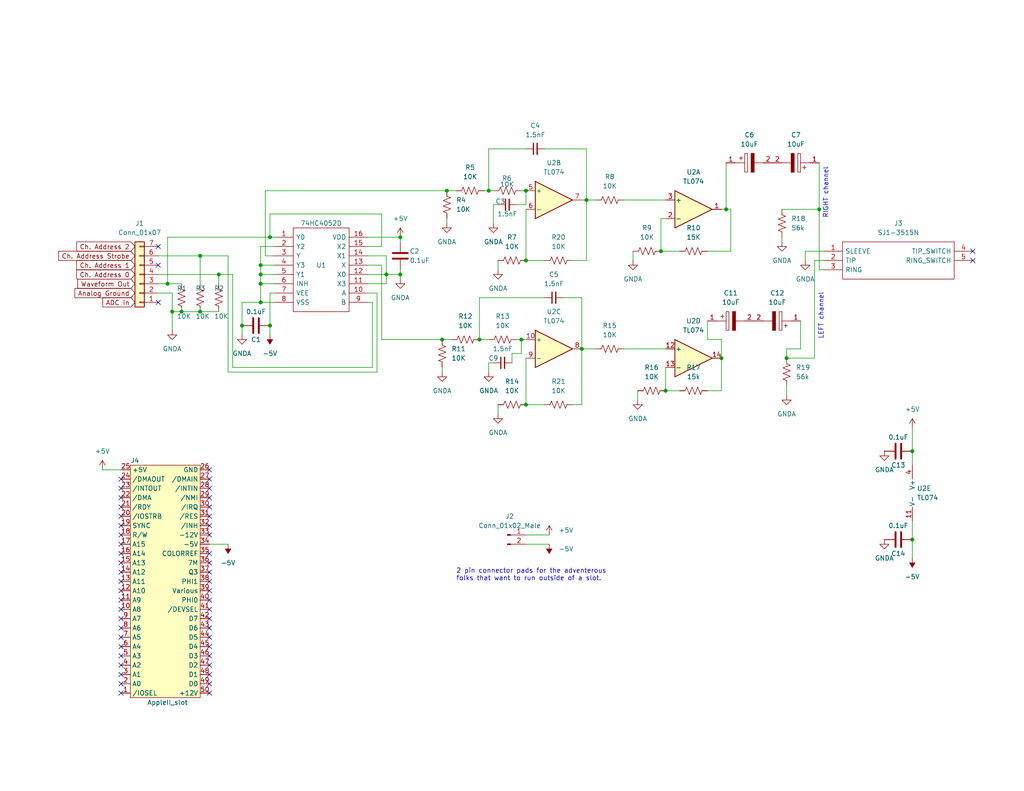
<source format=kicad_sch>
(kicad_sch (version 20211123) (generator eeschema)

  (uuid 3efa2ece-8f3f-4a8c-96e9-6ab3ec6f1f70)

  (paper "USLetter")

  (title_block
    (title "LiteSound stereo audio adapter for the Apple IIGS")
    (date "2022-07-16")
    (rev "2")
    (company "X-Division Aerospace, LLC - Los Alamos, NM 87544")
    (comment 1 "rdarlington@gmail.com")
    (comment 2 "PCB Layout by Bob Darlington")
  )

  (lib_symbols
    (symbol "Amplifier_Operational:TL084" (pin_names (offset 0.127)) (in_bom yes) (on_board yes)
      (property "Reference" "U" (id 0) (at 0 5.08 0)
        (effects (font (size 1.27 1.27)) (justify left))
      )
      (property "Value" "TL084" (id 1) (at 0 -5.08 0)
        (effects (font (size 1.27 1.27)) (justify left))
      )
      (property "Footprint" "" (id 2) (at -1.27 2.54 0)
        (effects (font (size 1.27 1.27)) hide)
      )
      (property "Datasheet" "http://www.ti.com/lit/ds/symlink/tl081.pdf" (id 3) (at 1.27 5.08 0)
        (effects (font (size 1.27 1.27)) hide)
      )
      (property "ki_locked" "" (id 4) (at 0 0 0)
        (effects (font (size 1.27 1.27)))
      )
      (property "ki_keywords" "quad opamp" (id 5) (at 0 0 0)
        (effects (font (size 1.27 1.27)) hide)
      )
      (property "ki_description" "Quad JFET-Input Operational Amplifiers, DIP-14/SOIC-14/SSOP-14" (id 6) (at 0 0 0)
        (effects (font (size 1.27 1.27)) hide)
      )
      (property "ki_fp_filters" "SOIC*3.9x8.7mm*P1.27mm* DIP*W7.62mm* TSSOP*4.4x5mm*P0.65mm* SSOP*5.3x6.2mm*P0.65mm* MSOP*3x3mm*P0.5mm*" (id 7) (at 0 0 0)
        (effects (font (size 1.27 1.27)) hide)
      )
      (symbol "TL084_1_1"
        (polyline
          (pts
            (xy -5.08 5.08)
            (xy 5.08 0)
            (xy -5.08 -5.08)
            (xy -5.08 5.08)
          )
          (stroke (width 0.254) (type default) (color 0 0 0 0))
          (fill (type background))
        )
        (pin output line (at 7.62 0 180) (length 2.54)
          (name "~" (effects (font (size 1.27 1.27))))
          (number "1" (effects (font (size 1.27 1.27))))
        )
        (pin input line (at -7.62 -2.54 0) (length 2.54)
          (name "-" (effects (font (size 1.27 1.27))))
          (number "2" (effects (font (size 1.27 1.27))))
        )
        (pin input line (at -7.62 2.54 0) (length 2.54)
          (name "+" (effects (font (size 1.27 1.27))))
          (number "3" (effects (font (size 1.27 1.27))))
        )
      )
      (symbol "TL084_2_1"
        (polyline
          (pts
            (xy -5.08 5.08)
            (xy 5.08 0)
            (xy -5.08 -5.08)
            (xy -5.08 5.08)
          )
          (stroke (width 0.254) (type default) (color 0 0 0 0))
          (fill (type background))
        )
        (pin input line (at -7.62 2.54 0) (length 2.54)
          (name "+" (effects (font (size 1.27 1.27))))
          (number "5" (effects (font (size 1.27 1.27))))
        )
        (pin input line (at -7.62 -2.54 0) (length 2.54)
          (name "-" (effects (font (size 1.27 1.27))))
          (number "6" (effects (font (size 1.27 1.27))))
        )
        (pin output line (at 7.62 0 180) (length 2.54)
          (name "~" (effects (font (size 1.27 1.27))))
          (number "7" (effects (font (size 1.27 1.27))))
        )
      )
      (symbol "TL084_3_1"
        (polyline
          (pts
            (xy -5.08 5.08)
            (xy 5.08 0)
            (xy -5.08 -5.08)
            (xy -5.08 5.08)
          )
          (stroke (width 0.254) (type default) (color 0 0 0 0))
          (fill (type background))
        )
        (pin input line (at -7.62 2.54 0) (length 2.54)
          (name "+" (effects (font (size 1.27 1.27))))
          (number "10" (effects (font (size 1.27 1.27))))
        )
        (pin output line (at 7.62 0 180) (length 2.54)
          (name "~" (effects (font (size 1.27 1.27))))
          (number "8" (effects (font (size 1.27 1.27))))
        )
        (pin input line (at -7.62 -2.54 0) (length 2.54)
          (name "-" (effects (font (size 1.27 1.27))))
          (number "9" (effects (font (size 1.27 1.27))))
        )
      )
      (symbol "TL084_4_1"
        (polyline
          (pts
            (xy -5.08 5.08)
            (xy 5.08 0)
            (xy -5.08 -5.08)
            (xy -5.08 5.08)
          )
          (stroke (width 0.254) (type default) (color 0 0 0 0))
          (fill (type background))
        )
        (pin input line (at -7.62 2.54 0) (length 2.54)
          (name "+" (effects (font (size 1.27 1.27))))
          (number "12" (effects (font (size 1.27 1.27))))
        )
        (pin input line (at -7.62 -2.54 0) (length 2.54)
          (name "-" (effects (font (size 1.27 1.27))))
          (number "13" (effects (font (size 1.27 1.27))))
        )
        (pin output line (at 7.62 0 180) (length 2.54)
          (name "~" (effects (font (size 1.27 1.27))))
          (number "14" (effects (font (size 1.27 1.27))))
        )
      )
      (symbol "TL084_5_1"
        (pin power_in line (at -2.54 -7.62 90) (length 3.81)
          (name "V-" (effects (font (size 1.27 1.27))))
          (number "11" (effects (font (size 1.27 1.27))))
        )
        (pin power_in line (at -2.54 7.62 270) (length 3.81)
          (name "V+" (effects (font (size 1.27 1.27))))
          (number "4" (effects (font (size 1.27 1.27))))
        )
      )
    )
    (symbol "Connector:Conn_01x02_Male" (pin_names (offset 1.016) hide) (in_bom yes) (on_board yes)
      (property "Reference" "J" (id 0) (at 0 2.54 0)
        (effects (font (size 1.27 1.27)))
      )
      (property "Value" "Conn_01x02_Male" (id 1) (at 0 -5.08 0)
        (effects (font (size 1.27 1.27)))
      )
      (property "Footprint" "" (id 2) (at 0 0 0)
        (effects (font (size 1.27 1.27)) hide)
      )
      (property "Datasheet" "~" (id 3) (at 0 0 0)
        (effects (font (size 1.27 1.27)) hide)
      )
      (property "ki_keywords" "connector" (id 4) (at 0 0 0)
        (effects (font (size 1.27 1.27)) hide)
      )
      (property "ki_description" "Generic connector, single row, 01x02, script generated (kicad-library-utils/schlib/autogen/connector/)" (id 5) (at 0 0 0)
        (effects (font (size 1.27 1.27)) hide)
      )
      (property "ki_fp_filters" "Connector*:*_1x??_*" (id 6) (at 0 0 0)
        (effects (font (size 1.27 1.27)) hide)
      )
      (symbol "Conn_01x02_Male_1_1"
        (polyline
          (pts
            (xy 1.27 -2.54)
            (xy 0.8636 -2.54)
          )
          (stroke (width 0.1524) (type default) (color 0 0 0 0))
          (fill (type none))
        )
        (polyline
          (pts
            (xy 1.27 0)
            (xy 0.8636 0)
          )
          (stroke (width 0.1524) (type default) (color 0 0 0 0))
          (fill (type none))
        )
        (rectangle (start 0.8636 -2.413) (end 0 -2.667)
          (stroke (width 0.1524) (type default) (color 0 0 0 0))
          (fill (type outline))
        )
        (rectangle (start 0.8636 0.127) (end 0 -0.127)
          (stroke (width 0.1524) (type default) (color 0 0 0 0))
          (fill (type outline))
        )
        (pin passive line (at 5.08 0 180) (length 3.81)
          (name "Pin_1" (effects (font (size 1.27 1.27))))
          (number "1" (effects (font (size 1.27 1.27))))
        )
        (pin passive line (at 5.08 -2.54 180) (length 3.81)
          (name "Pin_2" (effects (font (size 1.27 1.27))))
          (number "2" (effects (font (size 1.27 1.27))))
        )
      )
    )
    (symbol "Connector_Generic:Conn_01x07" (pin_names (offset 1.016) hide) (in_bom yes) (on_board yes)
      (property "Reference" "J" (id 0) (at 0 10.16 0)
        (effects (font (size 1.27 1.27)))
      )
      (property "Value" "Conn_01x07" (id 1) (at 0 -10.16 0)
        (effects (font (size 1.27 1.27)))
      )
      (property "Footprint" "" (id 2) (at 0 0 0)
        (effects (font (size 1.27 1.27)) hide)
      )
      (property "Datasheet" "~" (id 3) (at 0 0 0)
        (effects (font (size 1.27 1.27)) hide)
      )
      (property "ki_keywords" "connector" (id 4) (at 0 0 0)
        (effects (font (size 1.27 1.27)) hide)
      )
      (property "ki_description" "Generic connector, single row, 01x07, script generated (kicad-library-utils/schlib/autogen/connector/)" (id 5) (at 0 0 0)
        (effects (font (size 1.27 1.27)) hide)
      )
      (property "ki_fp_filters" "Connector*:*_1x??_*" (id 6) (at 0 0 0)
        (effects (font (size 1.27 1.27)) hide)
      )
      (symbol "Conn_01x07_1_1"
        (rectangle (start -1.27 -7.493) (end 0 -7.747)
          (stroke (width 0.1524) (type default) (color 0 0 0 0))
          (fill (type none))
        )
        (rectangle (start -1.27 -4.953) (end 0 -5.207)
          (stroke (width 0.1524) (type default) (color 0 0 0 0))
          (fill (type none))
        )
        (rectangle (start -1.27 -2.413) (end 0 -2.667)
          (stroke (width 0.1524) (type default) (color 0 0 0 0))
          (fill (type none))
        )
        (rectangle (start -1.27 0.127) (end 0 -0.127)
          (stroke (width 0.1524) (type default) (color 0 0 0 0))
          (fill (type none))
        )
        (rectangle (start -1.27 2.667) (end 0 2.413)
          (stroke (width 0.1524) (type default) (color 0 0 0 0))
          (fill (type none))
        )
        (rectangle (start -1.27 5.207) (end 0 4.953)
          (stroke (width 0.1524) (type default) (color 0 0 0 0))
          (fill (type none))
        )
        (rectangle (start -1.27 7.747) (end 0 7.493)
          (stroke (width 0.1524) (type default) (color 0 0 0 0))
          (fill (type none))
        )
        (rectangle (start -1.27 8.89) (end 1.27 -8.89)
          (stroke (width 0.254) (type default) (color 0 0 0 0))
          (fill (type background))
        )
        (pin passive line (at -5.08 7.62 0) (length 3.81)
          (name "Pin_1" (effects (font (size 1.27 1.27))))
          (number "1" (effects (font (size 1.27 1.27))))
        )
        (pin passive line (at -5.08 5.08 0) (length 3.81)
          (name "Pin_2" (effects (font (size 1.27 1.27))))
          (number "2" (effects (font (size 1.27 1.27))))
        )
        (pin passive line (at -5.08 2.54 0) (length 3.81)
          (name "Pin_3" (effects (font (size 1.27 1.27))))
          (number "3" (effects (font (size 1.27 1.27))))
        )
        (pin passive line (at -5.08 0 0) (length 3.81)
          (name "Pin_4" (effects (font (size 1.27 1.27))))
          (number "4" (effects (font (size 1.27 1.27))))
        )
        (pin passive line (at -5.08 -2.54 0) (length 3.81)
          (name "Pin_5" (effects (font (size 1.27 1.27))))
          (number "5" (effects (font (size 1.27 1.27))))
        )
        (pin passive line (at -5.08 -5.08 0) (length 3.81)
          (name "Pin_6" (effects (font (size 1.27 1.27))))
          (number "6" (effects (font (size 1.27 1.27))))
        )
        (pin passive line (at -5.08 -7.62 0) (length 3.81)
          (name "Pin_7" (effects (font (size 1.27 1.27))))
          (number "7" (effects (font (size 1.27 1.27))))
        )
      )
    )
    (symbol "Device:C" (pin_numbers hide) (pin_names (offset 0.254)) (in_bom yes) (on_board yes)
      (property "Reference" "C" (id 0) (at 0.635 2.54 0)
        (effects (font (size 1.27 1.27)) (justify left))
      )
      (property "Value" "C" (id 1) (at 0.635 -2.54 0)
        (effects (font (size 1.27 1.27)) (justify left))
      )
      (property "Footprint" "" (id 2) (at 0.9652 -3.81 0)
        (effects (font (size 1.27 1.27)) hide)
      )
      (property "Datasheet" "~" (id 3) (at 0 0 0)
        (effects (font (size 1.27 1.27)) hide)
      )
      (property "ki_keywords" "cap capacitor" (id 4) (at 0 0 0)
        (effects (font (size 1.27 1.27)) hide)
      )
      (property "ki_description" "Unpolarized capacitor" (id 5) (at 0 0 0)
        (effects (font (size 1.27 1.27)) hide)
      )
      (property "ki_fp_filters" "C_*" (id 6) (at 0 0 0)
        (effects (font (size 1.27 1.27)) hide)
      )
      (symbol "C_0_1"
        (polyline
          (pts
            (xy -2.032 -0.762)
            (xy 2.032 -0.762)
          )
          (stroke (width 0.508) (type default) (color 0 0 0 0))
          (fill (type none))
        )
        (polyline
          (pts
            (xy -2.032 0.762)
            (xy 2.032 0.762)
          )
          (stroke (width 0.508) (type default) (color 0 0 0 0))
          (fill (type none))
        )
      )
      (symbol "C_1_1"
        (pin passive line (at 0 3.81 270) (length 2.794)
          (name "~" (effects (font (size 1.27 1.27))))
          (number "1" (effects (font (size 1.27 1.27))))
        )
        (pin passive line (at 0 -3.81 90) (length 2.794)
          (name "~" (effects (font (size 1.27 1.27))))
          (number "2" (effects (font (size 1.27 1.27))))
        )
      )
    )
    (symbol "Device:C_Small" (pin_numbers hide) (pin_names (offset 0.254) hide) (in_bom yes) (on_board yes)
      (property "Reference" "C" (id 0) (at 0.254 1.778 0)
        (effects (font (size 1.27 1.27)) (justify left))
      )
      (property "Value" "C_Small" (id 1) (at 0.254 -2.032 0)
        (effects (font (size 1.27 1.27)) (justify left))
      )
      (property "Footprint" "" (id 2) (at 0 0 0)
        (effects (font (size 1.27 1.27)) hide)
      )
      (property "Datasheet" "~" (id 3) (at 0 0 0)
        (effects (font (size 1.27 1.27)) hide)
      )
      (property "ki_keywords" "capacitor cap" (id 4) (at 0 0 0)
        (effects (font (size 1.27 1.27)) hide)
      )
      (property "ki_description" "Unpolarized capacitor, small symbol" (id 5) (at 0 0 0)
        (effects (font (size 1.27 1.27)) hide)
      )
      (property "ki_fp_filters" "C_*" (id 6) (at 0 0 0)
        (effects (font (size 1.27 1.27)) hide)
      )
      (symbol "C_Small_0_1"
        (polyline
          (pts
            (xy -1.524 -0.508)
            (xy 1.524 -0.508)
          )
          (stroke (width 0.3302) (type default) (color 0 0 0 0))
          (fill (type none))
        )
        (polyline
          (pts
            (xy -1.524 0.508)
            (xy 1.524 0.508)
          )
          (stroke (width 0.3048) (type default) (color 0 0 0 0))
          (fill (type none))
        )
      )
      (symbol "C_Small_1_1"
        (pin passive line (at 0 2.54 270) (length 2.032)
          (name "~" (effects (font (size 1.27 1.27))))
          (number "1" (effects (font (size 1.27 1.27))))
        )
        (pin passive line (at 0 -2.54 90) (length 2.032)
          (name "~" (effects (font (size 1.27 1.27))))
          (number "2" (effects (font (size 1.27 1.27))))
        )
      )
    )
    (symbol "Device:R_US" (pin_numbers hide) (pin_names (offset 0)) (in_bom yes) (on_board yes)
      (property "Reference" "R" (id 0) (at 2.54 0 90)
        (effects (font (size 1.27 1.27)))
      )
      (property "Value" "R_US" (id 1) (at -2.54 0 90)
        (effects (font (size 1.27 1.27)))
      )
      (property "Footprint" "" (id 2) (at 1.016 -0.254 90)
        (effects (font (size 1.27 1.27)) hide)
      )
      (property "Datasheet" "~" (id 3) (at 0 0 0)
        (effects (font (size 1.27 1.27)) hide)
      )
      (property "ki_keywords" "R res resistor" (id 4) (at 0 0 0)
        (effects (font (size 1.27 1.27)) hide)
      )
      (property "ki_description" "Resistor, US symbol" (id 5) (at 0 0 0)
        (effects (font (size 1.27 1.27)) hide)
      )
      (property "ki_fp_filters" "R_*" (id 6) (at 0 0 0)
        (effects (font (size 1.27 1.27)) hide)
      )
      (symbol "R_US_0_1"
        (polyline
          (pts
            (xy 0 -2.286)
            (xy 0 -2.54)
          )
          (stroke (width 0) (type default) (color 0 0 0 0))
          (fill (type none))
        )
        (polyline
          (pts
            (xy 0 2.286)
            (xy 0 2.54)
          )
          (stroke (width 0) (type default) (color 0 0 0 0))
          (fill (type none))
        )
        (polyline
          (pts
            (xy 0 -0.762)
            (xy 1.016 -1.143)
            (xy 0 -1.524)
            (xy -1.016 -1.905)
            (xy 0 -2.286)
          )
          (stroke (width 0) (type default) (color 0 0 0 0))
          (fill (type none))
        )
        (polyline
          (pts
            (xy 0 0.762)
            (xy 1.016 0.381)
            (xy 0 0)
            (xy -1.016 -0.381)
            (xy 0 -0.762)
          )
          (stroke (width 0) (type default) (color 0 0 0 0))
          (fill (type none))
        )
        (polyline
          (pts
            (xy 0 2.286)
            (xy 1.016 1.905)
            (xy 0 1.524)
            (xy -1.016 1.143)
            (xy 0 0.762)
          )
          (stroke (width 0) (type default) (color 0 0 0 0))
          (fill (type none))
        )
      )
      (symbol "R_US_1_1"
        (pin passive line (at 0 3.81 270) (length 1.27)
          (name "~" (effects (font (size 1.27 1.27))))
          (number "1" (effects (font (size 1.27 1.27))))
        )
        (pin passive line (at 0 -3.81 90) (length 1.27)
          (name "~" (effects (font (size 1.27 1.27))))
          (number "2" (effects (font (size 1.27 1.27))))
        )
      )
    )
    (symbol "SamacSys_Parts:MC14052BDR2G" (pin_names (offset 0.762)) (in_bom yes) (on_board yes)
      (property "Reference" "IC" (id 0) (at 21.59 7.62 0)
        (effects (font (size 1.27 1.27)) (justify left))
      )
      (property "Value" "MC14052BDR2G" (id 1) (at 21.59 5.08 0)
        (effects (font (size 1.27 1.27)) (justify left))
      )
      (property "Footprint" "SOIC127P600X175-16N" (id 2) (at 21.59 2.54 0)
        (effects (font (size 1.27 1.27)) (justify left) hide)
      )
      (property "Datasheet" "http://www.onsemi.com/pub/Collateral/MC14051B-D.PDF" (id 3) (at 21.59 0 0)
        (effects (font (size 1.27 1.27)) (justify left) hide)
      )
      (property "Description" "" (id 4) (at 21.59 -2.54 0)
        (effects (font (size 1.27 1.27)) (justify left) hide)
      )
      (property "Height" "1.75" (id 5) (at 21.59 -5.08 0)
        (effects (font (size 1.27 1.27)) (justify left) hide)
      )
      (property "Manufacturer_Name" "ON Semiconductor" (id 6) (at 21.59 -7.62 0)
        (effects (font (size 1.27 1.27)) (justify left) hide)
      )
      (property "Manufacturer_Part_Number" "MC14052BDR2G" (id 7) (at 21.59 -10.16 0)
        (effects (font (size 1.27 1.27)) (justify left) hide)
      )
      (property "Mouser Part Number" "863-MC14052BDR2G" (id 8) (at 21.59 -12.7 0)
        (effects (font (size 1.27 1.27)) (justify left) hide)
      )
      (property "Mouser Price/Stock" "https://www.mouser.co.uk/ProductDetail/onsemi/MC14052BDR2G?qs=OSf9jACorvZ82JRMsgs01Q%3D%3D" (id 9) (at 21.59 -15.24 0)
        (effects (font (size 1.27 1.27)) (justify left) hide)
      )
      (property "Arrow Part Number" "MC14052BDR2G" (id 10) (at 21.59 -17.78 0)
        (effects (font (size 1.27 1.27)) (justify left) hide)
      )
      (property "Arrow Price/Stock" "https://www.arrow.com/en/products/mc14052bdr2g/on-semiconductor?region=nac" (id 11) (at 21.59 -20.32 0)
        (effects (font (size 1.27 1.27)) (justify left) hide)
      )
      (symbol "MC14052BDR2G_0_0"
        (pin passive line (at 0 0 0) (length 5.08)
          (name "Y0" (effects (font (size 1.27 1.27))))
          (number "1" (effects (font (size 1.27 1.27))))
        )
        (pin passive line (at 25.4 -15.24 180) (length 5.08)
          (name "A" (effects (font (size 1.27 1.27))))
          (number "10" (effects (font (size 1.27 1.27))))
        )
        (pin passive line (at 25.4 -12.7 180) (length 5.08)
          (name "X3" (effects (font (size 1.27 1.27))))
          (number "11" (effects (font (size 1.27 1.27))))
        )
        (pin passive line (at 25.4 -10.16 180) (length 5.08)
          (name "X0" (effects (font (size 1.27 1.27))))
          (number "12" (effects (font (size 1.27 1.27))))
        )
        (pin passive line (at 25.4 -7.62 180) (length 5.08)
          (name "X" (effects (font (size 1.27 1.27))))
          (number "13" (effects (font (size 1.27 1.27))))
        )
        (pin passive line (at 25.4 -5.08 180) (length 5.08)
          (name "X1" (effects (font (size 1.27 1.27))))
          (number "14" (effects (font (size 1.27 1.27))))
        )
        (pin passive line (at 25.4 -2.54 180) (length 5.08)
          (name "X2" (effects (font (size 1.27 1.27))))
          (number "15" (effects (font (size 1.27 1.27))))
        )
        (pin power_in line (at 25.4 0 180) (length 5.08)
          (name "VDD" (effects (font (size 1.27 1.27))))
          (number "16" (effects (font (size 1.27 1.27))))
        )
        (pin passive line (at 0 -2.54 0) (length 5.08)
          (name "Y2" (effects (font (size 1.27 1.27))))
          (number "2" (effects (font (size 1.27 1.27))))
        )
        (pin passive line (at 0 -5.08 0) (length 5.08)
          (name "Y" (effects (font (size 1.27 1.27))))
          (number "3" (effects (font (size 1.27 1.27))))
        )
        (pin passive line (at 0 -7.62 0) (length 5.08)
          (name "Y3" (effects (font (size 1.27 1.27))))
          (number "4" (effects (font (size 1.27 1.27))))
        )
        (pin passive line (at 0 -10.16 0) (length 5.08)
          (name "Y1" (effects (font (size 1.27 1.27))))
          (number "5" (effects (font (size 1.27 1.27))))
        )
        (pin input line (at 0 -12.7 0) (length 5.08)
          (name "INH" (effects (font (size 1.27 1.27))))
          (number "6" (effects (font (size 1.27 1.27))))
        )
        (pin passive line (at 0 -15.24 0) (length 5.08)
          (name "VEE" (effects (font (size 1.27 1.27))))
          (number "7" (effects (font (size 1.27 1.27))))
        )
        (pin power_in line (at 0 -17.78 0) (length 5.08)
          (name "VSS" (effects (font (size 1.27 1.27))))
          (number "8" (effects (font (size 1.27 1.27))))
        )
        (pin passive line (at 25.4 -17.78 180) (length 5.08)
          (name "B" (effects (font (size 1.27 1.27))))
          (number "9" (effects (font (size 1.27 1.27))))
        )
      )
      (symbol "MC14052BDR2G_0_1"
        (polyline
          (pts
            (xy 5.08 2.54)
            (xy 20.32 2.54)
            (xy 20.32 -20.32)
            (xy 5.08 -20.32)
            (xy 5.08 2.54)
          )
          (stroke (width 0.1524) (type default) (color 0 0 0 0))
          (fill (type none))
        )
      )
    )
    (symbol "SamacSys_Parts:SJ1-3515N" (pin_names (offset 0.762)) (in_bom yes) (on_board yes)
      (property "Reference" "J" (id 0) (at 36.83 7.62 0)
        (effects (font (size 1.27 1.27)) (justify left))
      )
      (property "Value" "SJ1-3515N" (id 1) (at 36.83 5.08 0)
        (effects (font (size 1.27 1.27)) (justify left))
      )
      (property "Footprint" "SJ13515N" (id 2) (at 36.83 2.54 0)
        (effects (font (size 1.27 1.27)) (justify left) hide)
      )
      (property "Datasheet" "https://componentsearchengine.com/Datasheets/1/SJ1-3515N.pdf" (id 3) (at 36.83 0 0)
        (effects (font (size 1.27 1.27)) (justify left) hide)
      )
      (property "Description" "AUDIOJACK, 3.5MM, RT, STEREO," (id 4) (at 36.83 -2.54 0)
        (effects (font (size 1.27 1.27)) (justify left) hide)
      )
      (property "Height" "6" (id 5) (at 36.83 -5.08 0)
        (effects (font (size 1.27 1.27)) (justify left) hide)
      )
      (property "Mouser Part Number" "490-SJ1-3515N" (id 6) (at 36.83 -7.62 0)
        (effects (font (size 1.27 1.27)) (justify left) hide)
      )
      (property "Mouser Price/Stock" "https://www.mouser.co.uk/ProductDetail/CUI-Devices/SJ1-3515N?qs=WyjlAZoYn51jeVVXLxifpg%3D%3D" (id 7) (at 36.83 -10.16 0)
        (effects (font (size 1.27 1.27)) (justify left) hide)
      )
      (property "Manufacturer_Name" "CUI Inc." (id 8) (at 36.83 -12.7 0)
        (effects (font (size 1.27 1.27)) (justify left) hide)
      )
      (property "Manufacturer_Part_Number" "SJ1-3515N" (id 9) (at 36.83 -15.24 0)
        (effects (font (size 1.27 1.27)) (justify left) hide)
      )
      (property "ki_description" "AUDIOJACK, 3.5MM, RT, STEREO," (id 10) (at 0 0 0)
        (effects (font (size 1.27 1.27)) hide)
      )
      (symbol "SJ1-3515N_0_0"
        (pin passive line (at 0 0 0) (length 5.08)
          (name "SLEEVE" (effects (font (size 1.27 1.27))))
          (number "1" (effects (font (size 1.27 1.27))))
        )
        (pin passive line (at 0 -2.54 0) (length 5.08)
          (name "TIP" (effects (font (size 1.27 1.27))))
          (number "2" (effects (font (size 1.27 1.27))))
        )
        (pin passive line (at 0 -5.08 0) (length 5.08)
          (name "RING" (effects (font (size 1.27 1.27))))
          (number "3" (effects (font (size 1.27 1.27))))
        )
        (pin passive line (at 40.64 0 180) (length 5.08)
          (name "TIP_SWITCH" (effects (font (size 1.27 1.27))))
          (number "4" (effects (font (size 1.27 1.27))))
        )
        (pin passive line (at 40.64 -2.54 180) (length 5.08)
          (name "RING_SWITCH" (effects (font (size 1.27 1.27))))
          (number "5" (effects (font (size 1.27 1.27))))
        )
      )
      (symbol "SJ1-3515N_0_1"
        (polyline
          (pts
            (xy 5.08 2.54)
            (xy 35.56 2.54)
            (xy 35.56 -7.62)
            (xy 5.08 -7.62)
            (xy 5.08 2.54)
          )
          (stroke (width 0.1524) (type default) (color 0 0 0 0))
          (fill (type none))
        )
      )
    )
    (symbol "SamacSys_Parts:VZT100M1HTR-0406" (pin_names (offset 0.762)) (in_bom yes) (on_board yes)
      (property "Reference" "C" (id 0) (at 8.89 6.35 0)
        (effects (font (size 1.27 1.27)) (justify left))
      )
      (property "Value" "VZT100M1HTR-0406" (id 1) (at 8.89 3.81 0)
        (effects (font (size 1.27 1.27)) (justify left))
      )
      (property "Footprint" "CAPAE430X610N" (id 2) (at 8.89 1.27 0)
        (effects (font (size 1.27 1.27)) (justify left) hide)
      )
      (property "Datasheet" "https://www.mouser.co.uk/datasheet/2/231/156315576075-1624351.pdf" (id 3) (at 8.89 -1.27 0)
        (effects (font (size 1.27 1.27)) (justify left) hide)
      )
      (property "Description" "Aluminum Electrolytic Capacitors - SMD 10uF 20% 50V Ultra Low ESR" (id 4) (at 8.89 -3.81 0)
        (effects (font (size 1.27 1.27)) (justify left) hide)
      )
      (property "Height" "6.1" (id 5) (at 8.89 -6.35 0)
        (effects (font (size 1.27 1.27)) (justify left) hide)
      )
      (property "Mouser Part Number" "140-VZT100M1HTR-0406" (id 6) (at 8.89 -8.89 0)
        (effects (font (size 1.27 1.27)) (justify left) hide)
      )
      (property "Mouser Price/Stock" "https://www.mouser.co.uk/ProductDetail/Lelon/VZT100M1HTR-0406/?qs=mQP6vorrPAcP1%252BjIAgEecA%3D%3D" (id 7) (at 8.89 -11.43 0)
        (effects (font (size 1.27 1.27)) (justify left) hide)
      )
      (property "Manufacturer_Name" "Lelon" (id 8) (at 8.89 -13.97 0)
        (effects (font (size 1.27 1.27)) (justify left) hide)
      )
      (property "Manufacturer_Part_Number" "VZT100M1HTR-0406" (id 9) (at 8.89 -16.51 0)
        (effects (font (size 1.27 1.27)) (justify left) hide)
      )
      (property "ki_description" "Aluminum Electrolytic Capacitors - SMD 10uF 20% 50V Ultra Low ESR" (id 10) (at 0 0 0)
        (effects (font (size 1.27 1.27)) hide)
      )
      (symbol "VZT100M1HTR-0406_0_0"
        (pin passive line (at 0 0 0) (length 2.54)
          (name "~" (effects (font (size 1.27 1.27))))
          (number "1" (effects (font (size 1.27 1.27))))
        )
        (pin passive line (at 12.7 0 180) (length 2.54)
          (name "~" (effects (font (size 1.27 1.27))))
          (number "2" (effects (font (size 1.27 1.27))))
        )
      )
      (symbol "VZT100M1HTR-0406_0_1"
        (polyline
          (pts
            (xy 2.54 0)
            (xy 5.08 0)
          )
          (stroke (width 0.1524) (type default) (color 0 0 0 0))
          (fill (type none))
        )
        (polyline
          (pts
            (xy 4.064 1.778)
            (xy 4.064 0.762)
          )
          (stroke (width 0.1524) (type default) (color 0 0 0 0))
          (fill (type none))
        )
        (polyline
          (pts
            (xy 4.572 1.27)
            (xy 3.556 1.27)
          )
          (stroke (width 0.1524) (type default) (color 0 0 0 0))
          (fill (type none))
        )
        (polyline
          (pts
            (xy 7.62 0)
            (xy 10.16 0)
          )
          (stroke (width 0.1524) (type default) (color 0 0 0 0))
          (fill (type none))
        )
        (polyline
          (pts
            (xy 5.08 2.54)
            (xy 5.08 -2.54)
            (xy 5.842 -2.54)
            (xy 5.842 2.54)
            (xy 5.08 2.54)
          )
          (stroke (width 0.1524) (type default) (color 0 0 0 0))
          (fill (type none))
        )
        (polyline
          (pts
            (xy 7.62 2.54)
            (xy 7.62 -2.54)
            (xy 6.858 -2.54)
            (xy 6.858 2.54)
            (xy 7.62 2.54)
          )
          (stroke (width 0.254) (type default) (color 0 0 0 0))
          (fill (type outline))
        )
      )
    )
    (symbol "appleii_slot:AppleII_slot" (in_bom yes) (on_board yes)
      (property "Reference" "J" (id 0) (at 1.27 64.77 0)
        (effects (font (size 1.27 1.27)))
      )
      (property "Value" "AppleII_slot" (id 1) (at 10.16 -1.27 0)
        (effects (font (size 1.27 1.27)))
      )
      (property "Footprint" "" (id 2) (at 0 0 0)
        (effects (font (size 1.27 1.27)) hide)
      )
      (property "Datasheet" "" (id 3) (at 0 0 0)
        (effects (font (size 1.27 1.27)) hide)
      )
      (symbol "AppleII_slot_0_1"
        (polyline
          (pts
            (xy 26.67 49.53)
            (xy 26.67 49.53)
          )
          (stroke (width 0) (type default) (color 0 0 0 0))
          (fill (type none))
        )
        (rectangle (start 0 63.5) (end 19.05 0)
          (stroke (width 0) (type default) (color 0 0 0 0))
          (fill (type background))
        )
      )
      (symbol "AppleII_slot_1_1"
        (pin output line (at -2.54 1.27 0) (length 2.54)
          (name "/IOSEL" (effects (font (size 1.27 1.27))))
          (number "1" (effects (font (size 1.27 1.27))))
        )
        (pin bidirectional line (at -2.54 24.13 0) (length 2.54)
          (name "A8" (effects (font (size 1.27 1.27))))
          (number "10" (effects (font (size 1.27 1.27))))
        )
        (pin bidirectional line (at -2.54 26.67 0) (length 2.54)
          (name "A9" (effects (font (size 1.27 1.27))))
          (number "11" (effects (font (size 1.27 1.27))))
        )
        (pin bidirectional line (at -2.54 29.21 0) (length 2.54)
          (name "A10" (effects (font (size 1.27 1.27))))
          (number "12" (effects (font (size 1.27 1.27))))
        )
        (pin bidirectional line (at -2.54 31.75 0) (length 2.54)
          (name "A11" (effects (font (size 1.27 1.27))))
          (number "13" (effects (font (size 1.27 1.27))))
        )
        (pin bidirectional line (at -2.54 34.29 0) (length 2.54)
          (name "A12" (effects (font (size 1.27 1.27))))
          (number "14" (effects (font (size 1.27 1.27))))
        )
        (pin bidirectional line (at -2.54 36.83 0) (length 2.54)
          (name "A13" (effects (font (size 1.27 1.27))))
          (number "15" (effects (font (size 1.27 1.27))))
        )
        (pin bidirectional line (at -2.54 39.37 0) (length 2.54)
          (name "A14" (effects (font (size 1.27 1.27))))
          (number "16" (effects (font (size 1.27 1.27))))
        )
        (pin bidirectional line (at -2.54 41.91 0) (length 2.54)
          (name "A15" (effects (font (size 1.27 1.27))))
          (number "17" (effects (font (size 1.27 1.27))))
        )
        (pin bidirectional line (at -2.54 44.45 0) (length 2.54)
          (name "R/W" (effects (font (size 1.27 1.27))))
          (number "18" (effects (font (size 1.27 1.27))))
        )
        (pin output line (at -2.54 46.99 0) (length 2.54)
          (name "SYNC" (effects (font (size 1.27 1.27))))
          (number "19" (effects (font (size 1.27 1.27))))
        )
        (pin bidirectional line (at -2.54 3.81 0) (length 2.54)
          (name "A0" (effects (font (size 1.27 1.27))))
          (number "2" (effects (font (size 1.27 1.27))))
        )
        (pin output line (at -2.54 49.53 0) (length 2.54)
          (name "/IOSTRB" (effects (font (size 1.27 1.27))))
          (number "20" (effects (font (size 1.27 1.27))))
        )
        (pin input line (at -2.54 52.07 0) (length 2.54)
          (name "/RDY" (effects (font (size 1.27 1.27))))
          (number "21" (effects (font (size 1.27 1.27))))
        )
        (pin input line (at -2.54 54.61 0) (length 2.54)
          (name "/DMA" (effects (font (size 1.27 1.27))))
          (number "22" (effects (font (size 1.27 1.27))))
        )
        (pin input line (at -2.54 57.15 0) (length 2.54)
          (name "/INTOUT" (effects (font (size 1.27 1.27))))
          (number "23" (effects (font (size 1.27 1.27))))
        )
        (pin input line (at -2.54 59.69 0) (length 2.54)
          (name "/DMAOUT" (effects (font (size 1.27 1.27))))
          (number "24" (effects (font (size 1.27 1.27))))
        )
        (pin power_out line (at -2.54 62.23 0) (length 2.54)
          (name "+5V" (effects (font (size 1.27 1.27))))
          (number "25" (effects (font (size 1.27 1.27))))
        )
        (pin power_in line (at 21.59 62.23 180) (length 2.54)
          (name "GND" (effects (font (size 1.27 1.27))))
          (number "26" (effects (font (size 1.27 1.27))))
        )
        (pin output line (at 21.59 59.69 180) (length 2.54)
          (name "/DMAIN" (effects (font (size 1.27 1.27))))
          (number "27" (effects (font (size 1.27 1.27))))
        )
        (pin output line (at 21.59 57.15 180) (length 2.54)
          (name "/INTIN" (effects (font (size 1.27 1.27))))
          (number "28" (effects (font (size 1.27 1.27))))
        )
        (pin input line (at 21.59 54.61 180) (length 2.54)
          (name "/NMI" (effects (font (size 1.27 1.27))))
          (number "29" (effects (font (size 1.27 1.27))))
        )
        (pin bidirectional line (at -2.54 6.35 0) (length 2.54)
          (name "A1" (effects (font (size 1.27 1.27))))
          (number "3" (effects (font (size 1.27 1.27))))
        )
        (pin input line (at 21.59 52.07 180) (length 2.54)
          (name "/IRQ" (effects (font (size 1.27 1.27))))
          (number "30" (effects (font (size 1.27 1.27))))
        )
        (pin input line (at 21.59 49.53 180) (length 2.54)
          (name "/RES" (effects (font (size 1.27 1.27))))
          (number "31" (effects (font (size 1.27 1.27))))
        )
        (pin input line (at 21.59 46.99 180) (length 2.54)
          (name "/INH" (effects (font (size 1.27 1.27))))
          (number "32" (effects (font (size 1.27 1.27))))
        )
        (pin power_out line (at 21.59 44.45 180) (length 2.54)
          (name "-12V" (effects (font (size 1.27 1.27))))
          (number "33" (effects (font (size 1.27 1.27))))
        )
        (pin power_out line (at 21.59 41.91 180) (length 2.54)
          (name "-5V" (effects (font (size 1.27 1.27))))
          (number "34" (effects (font (size 1.27 1.27))))
        )
        (pin output line (at 21.59 39.37 180) (length 2.54)
          (name "COLORREF" (effects (font (size 1.27 1.27))))
          (number "35" (effects (font (size 1.27 1.27))))
        )
        (pin output line (at 21.59 36.83 180) (length 2.54)
          (name "7M" (effects (font (size 1.27 1.27))))
          (number "36" (effects (font (size 1.27 1.27))))
        )
        (pin output line (at 21.59 34.29 180) (length 2.54)
          (name "Q3" (effects (font (size 1.27 1.27))))
          (number "37" (effects (font (size 1.27 1.27))))
        )
        (pin output line (at 21.59 31.75 180) (length 2.54)
          (name "PHI1" (effects (font (size 1.27 1.27))))
          (number "38" (effects (font (size 1.27 1.27))))
        )
        (pin output line (at 21.59 29.21 180) (length 2.54)
          (name "Various" (effects (font (size 1.27 1.27))))
          (number "39" (effects (font (size 1.27 1.27))))
        )
        (pin bidirectional line (at -2.54 8.89 0) (length 2.54)
          (name "A2" (effects (font (size 1.27 1.27))))
          (number "4" (effects (font (size 1.27 1.27))))
        )
        (pin output line (at 21.59 26.67 180) (length 2.54)
          (name "PHI0" (effects (font (size 1.27 1.27))))
          (number "40" (effects (font (size 1.27 1.27))))
        )
        (pin output line (at 21.59 24.13 180) (length 2.54)
          (name "/DEVSEL" (effects (font (size 1.27 1.27))))
          (number "41" (effects (font (size 1.27 1.27))))
        )
        (pin bidirectional line (at 21.59 21.59 180) (length 2.54)
          (name "D7" (effects (font (size 1.27 1.27))))
          (number "42" (effects (font (size 1.27 1.27))))
        )
        (pin bidirectional line (at 21.59 19.05 180) (length 2.54)
          (name "D6" (effects (font (size 1.27 1.27))))
          (number "43" (effects (font (size 1.27 1.27))))
        )
        (pin bidirectional line (at 21.59 16.51 180) (length 2.54)
          (name "D5" (effects (font (size 1.27 1.27))))
          (number "44" (effects (font (size 1.27 1.27))))
        )
        (pin bidirectional line (at 21.59 13.97 180) (length 2.54)
          (name "D4" (effects (font (size 1.27 1.27))))
          (number "45" (effects (font (size 1.27 1.27))))
        )
        (pin bidirectional line (at 21.59 11.43 180) (length 2.54)
          (name "D3" (effects (font (size 1.27 1.27))))
          (number "46" (effects (font (size 1.27 1.27))))
        )
        (pin bidirectional line (at 21.59 8.89 180) (length 2.54)
          (name "D2" (effects (font (size 1.27 1.27))))
          (number "47" (effects (font (size 1.27 1.27))))
        )
        (pin bidirectional line (at 21.59 6.35 180) (length 2.54)
          (name "D1" (effects (font (size 1.27 1.27))))
          (number "48" (effects (font (size 1.27 1.27))))
        )
        (pin bidirectional line (at 21.59 3.81 180) (length 2.54)
          (name "D0" (effects (font (size 1.27 1.27))))
          (number "49" (effects (font (size 1.27 1.27))))
        )
        (pin bidirectional line (at -2.54 11.43 0) (length 2.54)
          (name "A3" (effects (font (size 1.27 1.27))))
          (number "5" (effects (font (size 1.27 1.27))))
        )
        (pin power_out line (at 21.59 1.27 180) (length 2.54)
          (name "+12V" (effects (font (size 1.27 1.27))))
          (number "50" (effects (font (size 1.27 1.27))))
        )
        (pin bidirectional line (at -2.54 13.97 0) (length 2.54)
          (name "A4" (effects (font (size 1.27 1.27))))
          (number "6" (effects (font (size 1.27 1.27))))
        )
        (pin bidirectional line (at -2.54 16.51 0) (length 2.54)
          (name "A5" (effects (font (size 1.27 1.27))))
          (number "7" (effects (font (size 1.27 1.27))))
        )
        (pin bidirectional line (at -2.54 19.05 0) (length 2.54)
          (name "A6" (effects (font (size 1.27 1.27))))
          (number "8" (effects (font (size 1.27 1.27))))
        )
        (pin bidirectional line (at -2.54 21.59 0) (length 2.54)
          (name "A7" (effects (font (size 1.27 1.27))))
          (number "9" (effects (font (size 1.27 1.27))))
        )
      )
    )
    (symbol "power:+5V" (power) (pin_names (offset 0)) (in_bom yes) (on_board yes)
      (property "Reference" "#PWR" (id 0) (at 0 -3.81 0)
        (effects (font (size 1.27 1.27)) hide)
      )
      (property "Value" "+5V" (id 1) (at 0 3.556 0)
        (effects (font (size 1.27 1.27)))
      )
      (property "Footprint" "" (id 2) (at 0 0 0)
        (effects (font (size 1.27 1.27)) hide)
      )
      (property "Datasheet" "" (id 3) (at 0 0 0)
        (effects (font (size 1.27 1.27)) hide)
      )
      (property "ki_keywords" "power-flag" (id 4) (at 0 0 0)
        (effects (font (size 1.27 1.27)) hide)
      )
      (property "ki_description" "Power symbol creates a global label with name \"+5V\"" (id 5) (at 0 0 0)
        (effects (font (size 1.27 1.27)) hide)
      )
      (symbol "+5V_0_1"
        (polyline
          (pts
            (xy -0.762 1.27)
            (xy 0 2.54)
          )
          (stroke (width 0) (type default) (color 0 0 0 0))
          (fill (type none))
        )
        (polyline
          (pts
            (xy 0 0)
            (xy 0 2.54)
          )
          (stroke (width 0) (type default) (color 0 0 0 0))
          (fill (type none))
        )
        (polyline
          (pts
            (xy 0 2.54)
            (xy 0.762 1.27)
          )
          (stroke (width 0) (type default) (color 0 0 0 0))
          (fill (type none))
        )
      )
      (symbol "+5V_1_1"
        (pin power_in line (at 0 0 90) (length 0) hide
          (name "+5V" (effects (font (size 1.27 1.27))))
          (number "1" (effects (font (size 1.27 1.27))))
        )
      )
    )
    (symbol "power:-5V" (power) (pin_names (offset 0)) (in_bom yes) (on_board yes)
      (property "Reference" "#PWR" (id 0) (at 0 2.54 0)
        (effects (font (size 1.27 1.27)) hide)
      )
      (property "Value" "-5V" (id 1) (at 0 3.81 0)
        (effects (font (size 1.27 1.27)))
      )
      (property "Footprint" "" (id 2) (at 0 0 0)
        (effects (font (size 1.27 1.27)) hide)
      )
      (property "Datasheet" "" (id 3) (at 0 0 0)
        (effects (font (size 1.27 1.27)) hide)
      )
      (property "ki_keywords" "power-flag" (id 4) (at 0 0 0)
        (effects (font (size 1.27 1.27)) hide)
      )
      (property "ki_description" "Power symbol creates a global label with name \"-5V\"" (id 5) (at 0 0 0)
        (effects (font (size 1.27 1.27)) hide)
      )
      (symbol "-5V_0_0"
        (pin power_in line (at 0 0 90) (length 0) hide
          (name "-5V" (effects (font (size 1.27 1.27))))
          (number "1" (effects (font (size 1.27 1.27))))
        )
      )
      (symbol "-5V_0_1"
        (polyline
          (pts
            (xy 0 0)
            (xy 0 1.27)
            (xy 0.762 1.27)
            (xy 0 2.54)
            (xy -0.762 1.27)
            (xy 0 1.27)
          )
          (stroke (width 0) (type default) (color 0 0 0 0))
          (fill (type outline))
        )
      )
    )
    (symbol "power:GNDA" (power) (pin_names (offset 0)) (in_bom yes) (on_board yes)
      (property "Reference" "#PWR" (id 0) (at 0 -6.35 0)
        (effects (font (size 1.27 1.27)) hide)
      )
      (property "Value" "GNDA" (id 1) (at 0 -3.81 0)
        (effects (font (size 1.27 1.27)))
      )
      (property "Footprint" "" (id 2) (at 0 0 0)
        (effects (font (size 1.27 1.27)) hide)
      )
      (property "Datasheet" "" (id 3) (at 0 0 0)
        (effects (font (size 1.27 1.27)) hide)
      )
      (property "ki_keywords" "power-flag" (id 4) (at 0 0 0)
        (effects (font (size 1.27 1.27)) hide)
      )
      (property "ki_description" "Power symbol creates a global label with name \"GNDA\" , analog ground" (id 5) (at 0 0 0)
        (effects (font (size 1.27 1.27)) hide)
      )
      (symbol "GNDA_0_1"
        (polyline
          (pts
            (xy 0 0)
            (xy 0 -1.27)
            (xy 1.27 -1.27)
            (xy 0 -2.54)
            (xy -1.27 -1.27)
            (xy 0 -1.27)
          )
          (stroke (width 0) (type default) (color 0 0 0 0))
          (fill (type none))
        )
      )
      (symbol "GNDA_1_1"
        (pin power_in line (at 0 0 270) (length 0) hide
          (name "GNDA" (effects (font (size 1.27 1.27))))
          (number "1" (effects (font (size 1.27 1.27))))
        )
      )
    )
  )

  (junction (at 248.92 123.19) (diameter 0) (color 0 0 0 0)
    (uuid 06910c4e-d2da-4433-b935-c70318d639b5)
  )
  (junction (at 223.52 57.15) (diameter 0) (color 0 0 0 0)
    (uuid 0a814315-b967-4fbb-88c6-8548250cde7f)
  )
  (junction (at 143.51 110.49) (diameter 0) (color 0 0 0 0)
    (uuid 0beeed7c-0f9b-4251-b5eb-a7442fb64463)
  )
  (junction (at 130.81 92.71) (diameter 0) (color 0 0 0 0)
    (uuid 185cc19b-8a2e-441a-9428-6d7922faa08d)
  )
  (junction (at 73.66 64.77) (diameter 0) (color 0 0 0 0)
    (uuid 1f1dc877-213b-4e4d-b534-6b79b59a4122)
  )
  (junction (at 248.92 147.32) (diameter 0) (color 0 0 0 0)
    (uuid 1fec22bb-491f-4c89-ab1b-e19ae618bace)
  )
  (junction (at 120.65 92.71) (diameter 0) (color 0 0 0 0)
    (uuid 21893ff5-0d52-4609-a509-f6c812da337f)
  )
  (junction (at 71.12 72.39) (diameter 0) (color 0 0 0 0)
    (uuid 27c8454f-0624-46e0-94f6-3d14206e0938)
  )
  (junction (at 73.66 88.9) (diameter 0) (color 0 0 0 0)
    (uuid 2f6e61ad-286d-484d-b6d1-d2fa4c9eb168)
  )
  (junction (at 143.51 52.07) (diameter 0) (color 0 0 0 0)
    (uuid 30cb673a-7b5f-43e9-84d3-941395e4e189)
  )
  (junction (at 71.12 74.93) (diameter 0) (color 0 0 0 0)
    (uuid 334c33eb-bcb5-4658-af14-61e3fb6439dc)
  )
  (junction (at 71.12 82.55) (diameter 0) (color 0 0 0 0)
    (uuid 3afbe769-e7dc-4801-9a94-2a57f5c279c0)
  )
  (junction (at 198.12 57.15) (diameter 0) (color 0 0 0 0)
    (uuid 3e53b3a5-0b74-4d48-8c24-8cd5303c8ac3)
  )
  (junction (at 158.75 95.25) (diameter 0) (color 0 0 0 0)
    (uuid 4502841d-2803-494a-a232-a0929baf60e2)
  )
  (junction (at 142.24 92.71) (diameter 0) (color 0 0 0 0)
    (uuid 4f57ace9-d59d-4a1b-9379-0aa749d06f92)
  )
  (junction (at 49.53 85.09) (diameter 0) (color 0 0 0 0)
    (uuid 5c22962c-70fc-4b5a-af0f-5d53240593a2)
  )
  (junction (at 54.61 69.85) (diameter 0) (color 0 0 0 0)
    (uuid 5e3c38b2-e32c-4bfb-ad76-262d8dd9b8ea)
  )
  (junction (at 59.69 74.93) (diameter 0) (color 0 0 0 0)
    (uuid 5e41e0c1-ab9c-4b86-95da-b42e2d22e7c9)
  )
  (junction (at 214.63 97.79) (diameter 0) (color 0 0 0 0)
    (uuid 6d370746-f8a3-4a4c-b127-49c3c544be27)
  )
  (junction (at 54.61 85.09) (diameter 0) (color 0 0 0 0)
    (uuid 73844cd2-54d6-49fa-a674-4cecfa0f2b93)
  )
  (junction (at 133.35 52.07) (diameter 0) (color 0 0 0 0)
    (uuid 7760725f-6fe9-463d-8be9-8bde83f21856)
  )
  (junction (at 105.41 74.93) (diameter 0) (color 0 0 0 0)
    (uuid 77689796-a3a4-4b50-85b0-98fee4ef0835)
  )
  (junction (at 71.12 77.47) (diameter 0) (color 0 0 0 0)
    (uuid 7f80828e-277c-42c9-84e8-942838e84c66)
  )
  (junction (at 46.99 85.09) (diameter 0) (color 0 0 0 0)
    (uuid 8a49198c-0152-45bd-9c76-1301efed670b)
  )
  (junction (at 143.51 71.12) (diameter 0) (color 0 0 0 0)
    (uuid b635561a-e583-4745-ba5f-78209d9dfbec)
  )
  (junction (at 45.72 77.47) (diameter 0) (color 0 0 0 0)
    (uuid b6a312e8-fe6e-4e02-a027-451a5cd06841)
  )
  (junction (at 109.22 74.93) (diameter 0) (color 0 0 0 0)
    (uuid cfa95c00-141f-4a3a-8296-8b40c317fdc0)
  )
  (junction (at 160.02 54.61) (diameter 0) (color 0 0 0 0)
    (uuid d13af30f-e51b-42be-8d75-17b647ecae67)
  )
  (junction (at 66.04 88.9) (diameter 0) (color 0 0 0 0)
    (uuid d400abf8-28ec-46f1-9a1d-4d08ecbe94ce)
  )
  (junction (at 180.34 68.58) (diameter 0) (color 0 0 0 0)
    (uuid d77e9ef2-f7d8-43f2-9e6f-4555f06a0c1c)
  )
  (junction (at 181.61 106.68) (diameter 0) (color 0 0 0 0)
    (uuid e606f52d-336e-4530-b6c9-2aa8750e51ff)
  )
  (junction (at 121.92 52.07) (diameter 0) (color 0 0 0 0)
    (uuid edbd15c7-5e41-43f3-a4c5-b186c319261b)
  )
  (junction (at 109.22 64.77) (diameter 0) (color 0 0 0 0)
    (uuid ef4f693f-a402-4679-afdf-bad1d5106cf4)
  )
  (junction (at 196.85 97.79) (diameter 0) (color 0 0 0 0)
    (uuid f4c8478a-826b-442d-9e8f-94322824d21f)
  )

  (no_connect (at 57.15 128.27) (uuid 753ba50f-d7e8-417d-afa8-44b196912f7d))
  (no_connect (at 57.15 130.81) (uuid 753ba50f-d7e8-417d-afa8-44b196912f7e))
  (no_connect (at 57.15 133.35) (uuid 753ba50f-d7e8-417d-afa8-44b196912f7f))
  (no_connect (at 57.15 135.89) (uuid 753ba50f-d7e8-417d-afa8-44b196912f80))
  (no_connect (at 57.15 138.43) (uuid 753ba50f-d7e8-417d-afa8-44b196912f81))
  (no_connect (at 57.15 143.51) (uuid 753ba50f-d7e8-417d-afa8-44b196912f82))
  (no_connect (at 57.15 146.05) (uuid 753ba50f-d7e8-417d-afa8-44b196912f83))
  (no_connect (at 57.15 140.97) (uuid 753ba50f-d7e8-417d-afa8-44b196912f84))
  (no_connect (at 57.15 166.37) (uuid 753ba50f-d7e8-417d-afa8-44b196912f85))
  (no_connect (at 57.15 168.91) (uuid 753ba50f-d7e8-417d-afa8-44b196912f86))
  (no_connect (at 57.15 171.45) (uuid 753ba50f-d7e8-417d-afa8-44b196912f87))
  (no_connect (at 57.15 173.99) (uuid 753ba50f-d7e8-417d-afa8-44b196912f88))
  (no_connect (at 57.15 176.53) (uuid 753ba50f-d7e8-417d-afa8-44b196912f89))
  (no_connect (at 57.15 163.83) (uuid 753ba50f-d7e8-417d-afa8-44b196912f8a))
  (no_connect (at 33.02 184.15) (uuid 753ba50f-d7e8-417d-afa8-44b196912f8b))
  (no_connect (at 33.02 186.69) (uuid 753ba50f-d7e8-417d-afa8-44b196912f8c))
  (no_connect (at 33.02 189.23) (uuid 753ba50f-d7e8-417d-afa8-44b196912f8d))
  (no_connect (at 33.02 181.61) (uuid 753ba50f-d7e8-417d-afa8-44b196912f8e))
  (no_connect (at 33.02 179.07) (uuid 753ba50f-d7e8-417d-afa8-44b196912f8f))
  (no_connect (at 57.15 179.07) (uuid 753ba50f-d7e8-417d-afa8-44b196912f90))
  (no_connect (at 57.15 181.61) (uuid 753ba50f-d7e8-417d-afa8-44b196912f91))
  (no_connect (at 57.15 189.23) (uuid 753ba50f-d7e8-417d-afa8-44b196912f92))
  (no_connect (at 57.15 186.69) (uuid 753ba50f-d7e8-417d-afa8-44b196912f93))
  (no_connect (at 57.15 184.15) (uuid 753ba50f-d7e8-417d-afa8-44b196912f94))
  (no_connect (at 33.02 168.91) (uuid 753ba50f-d7e8-417d-afa8-44b196912f95))
  (no_connect (at 33.02 166.37) (uuid 753ba50f-d7e8-417d-afa8-44b196912f96))
  (no_connect (at 33.02 173.99) (uuid 753ba50f-d7e8-417d-afa8-44b196912f97))
  (no_connect (at 33.02 171.45) (uuid 753ba50f-d7e8-417d-afa8-44b196912f98))
  (no_connect (at 33.02 163.83) (uuid 753ba50f-d7e8-417d-afa8-44b196912f99))
  (no_connect (at 33.02 176.53) (uuid 753ba50f-d7e8-417d-afa8-44b196912f9a))
  (no_connect (at 33.02 130.81) (uuid 753ba50f-d7e8-417d-afa8-44b196912f9b))
  (no_connect (at 33.02 133.35) (uuid 753ba50f-d7e8-417d-afa8-44b196912f9c))
  (no_connect (at 57.15 153.67) (uuid 753ba50f-d7e8-417d-afa8-44b196912f9d))
  (no_connect (at 57.15 156.21) (uuid 753ba50f-d7e8-417d-afa8-44b196912f9e))
  (no_connect (at 57.15 158.75) (uuid 753ba50f-d7e8-417d-afa8-44b196912f9f))
  (no_connect (at 57.15 161.29) (uuid 753ba50f-d7e8-417d-afa8-44b196912fa0))
  (no_connect (at 57.15 151.13) (uuid 753ba50f-d7e8-417d-afa8-44b196912fa1))
  (no_connect (at 43.18 67.31) (uuid 9de5e8e3-656a-4c30-8f21-f447770b3a91))
  (no_connect (at 265.43 68.58) (uuid baaf2e99-0c74-4916-9ee1-1feb27ee33dd))
  (no_connect (at 265.43 71.12) (uuid baaf2e99-0c74-4916-9ee1-1feb27ee33de))
  (no_connect (at 43.18 82.55) (uuid baaf2e99-0c74-4916-9ee1-1feb27ee33df))
  (no_connect (at 33.02 148.59) (uuid baaf2e99-0c74-4916-9ee1-1feb27ee33e0))
  (no_connect (at 33.02 151.13) (uuid baaf2e99-0c74-4916-9ee1-1feb27ee33e1))
  (no_connect (at 33.02 146.05) (uuid baaf2e99-0c74-4916-9ee1-1feb27ee33e2))
  (no_connect (at 33.02 143.51) (uuid baaf2e99-0c74-4916-9ee1-1feb27ee33e3))
  (no_connect (at 33.02 135.89) (uuid baaf2e99-0c74-4916-9ee1-1feb27ee33e4))
  (no_connect (at 33.02 138.43) (uuid baaf2e99-0c74-4916-9ee1-1feb27ee33e5))
  (no_connect (at 33.02 140.97) (uuid baaf2e99-0c74-4916-9ee1-1feb27ee33e6))
  (no_connect (at 43.18 72.39) (uuid baaf2e99-0c74-4916-9ee1-1feb27ee33e7))
  (no_connect (at 33.02 153.67) (uuid baaf2e99-0c74-4916-9ee1-1feb27ee33e8))
  (no_connect (at 33.02 161.29) (uuid baaf2e99-0c74-4916-9ee1-1feb27ee33e9))
  (no_connect (at 33.02 158.75) (uuid baaf2e99-0c74-4916-9ee1-1feb27ee33ea))
  (no_connect (at 33.02 156.21) (uuid baaf2e99-0c74-4916-9ee1-1feb27ee33eb))

  (wire (pts (xy 153.67 81.28) (xy 158.75 81.28))
    (stroke (width 0) (type default) (color 0 0 0 0))
    (uuid 0041d1d0-0769-439e-8a07-c0725233de85)
  )
  (wire (pts (xy 105.41 77.47) (xy 105.41 74.93))
    (stroke (width 0) (type default) (color 0 0 0 0))
    (uuid 070177cd-f799-459f-8a50-36664919bcff)
  )
  (wire (pts (xy 248.92 142.24) (xy 248.92 147.32))
    (stroke (width 0) (type default) (color 0 0 0 0))
    (uuid 09c9447c-6479-40c0-840d-6dd64e6bde94)
  )
  (wire (pts (xy 143.51 57.15) (xy 143.51 71.12))
    (stroke (width 0) (type default) (color 0 0 0 0))
    (uuid 09d078d2-963a-4ddc-a361-a12a1e5c6db1)
  )
  (wire (pts (xy 63.5 100.33) (xy 101.6 100.33))
    (stroke (width 0) (type default) (color 0 0 0 0))
    (uuid 0ab1b106-572b-43f8-88f3-60df97faef1b)
  )
  (wire (pts (xy 62.23 101.6) (xy 102.87 101.6))
    (stroke (width 0) (type default) (color 0 0 0 0))
    (uuid 0b2b2342-d0d2-499e-8f62-e5bbeea5a5fc)
  )
  (wire (pts (xy 248.92 116.84) (xy 248.92 123.19))
    (stroke (width 0) (type default) (color 0 0 0 0))
    (uuid 0d96a8cb-ff85-44ae-8d5c-2a3352969647)
  )
  (wire (pts (xy 73.66 64.77) (xy 74.93 64.77))
    (stroke (width 0) (type default) (color 0 0 0 0))
    (uuid 0f8e8b20-bda5-4bfe-84e5-70cab7fb2896)
  )
  (wire (pts (xy 100.33 77.47) (xy 105.41 77.47))
    (stroke (width 0) (type default) (color 0 0 0 0))
    (uuid 12a5a0e2-7913-4a33-ab4f-5e7447904d45)
  )
  (wire (pts (xy 109.22 74.93) (xy 109.22 76.2))
    (stroke (width 0) (type default) (color 0 0 0 0))
    (uuid 135bbd1e-ad52-478f-9346-426c42353f5d)
  )
  (wire (pts (xy 45.72 77.47) (xy 49.53 77.47))
    (stroke (width 0) (type default) (color 0 0 0 0))
    (uuid 14e461af-45ef-43fc-a581-16778d840ea9)
  )
  (wire (pts (xy 66.04 82.55) (xy 71.12 82.55))
    (stroke (width 0) (type default) (color 0 0 0 0))
    (uuid 16cc29ae-885a-4e27-8a05-debfe1adda42)
  )
  (wire (pts (xy 100.33 72.39) (xy 104.14 72.39))
    (stroke (width 0) (type default) (color 0 0 0 0))
    (uuid 194c9794-4b37-4d54-b0ff-e6bffe222da8)
  )
  (wire (pts (xy 73.66 88.9) (xy 73.66 91.44))
    (stroke (width 0) (type default) (color 0 0 0 0))
    (uuid 194d23dd-8fbe-460f-a256-2268ef66698f)
  )
  (wire (pts (xy 54.61 85.09) (xy 59.69 85.09))
    (stroke (width 0) (type default) (color 0 0 0 0))
    (uuid 1ee57581-f172-405d-ab0b-172e78915fc9)
  )
  (wire (pts (xy 105.41 74.93) (xy 109.22 74.93))
    (stroke (width 0) (type default) (color 0 0 0 0))
    (uuid 1f083812-73d4-4e67-b57d-2a3f359ececb)
  )
  (wire (pts (xy 181.61 100.33) (xy 181.61 106.68))
    (stroke (width 0) (type default) (color 0 0 0 0))
    (uuid 20ef5efe-bde0-4215-9dbc-bd77eda63931)
  )
  (wire (pts (xy 193.04 87.63) (xy 193.04 92.71))
    (stroke (width 0) (type default) (color 0 0 0 0))
    (uuid 24acb09c-87fb-4e13-8315-4cd86d10f4ec)
  )
  (wire (pts (xy 43.18 74.93) (xy 59.69 74.93))
    (stroke (width 0) (type default) (color 0 0 0 0))
    (uuid 25285be3-aa38-4e2f-b223-3dca63846bbc)
  )
  (wire (pts (xy 133.35 40.64) (xy 133.35 52.07))
    (stroke (width 0) (type default) (color 0 0 0 0))
    (uuid 28f5110f-2d0c-47f5-b58a-b83464d6840e)
  )
  (wire (pts (xy 173.99 109.22) (xy 173.99 106.68))
    (stroke (width 0) (type default) (color 0 0 0 0))
    (uuid 2a4f9c2a-2ef6-4dc4-bb03-de7ab8bd3a30)
  )
  (wire (pts (xy 101.6 100.33) (xy 101.6 82.55))
    (stroke (width 0) (type default) (color 0 0 0 0))
    (uuid 2b6e584f-7df7-4ec8-80a6-43cbc3be27dc)
  )
  (wire (pts (xy 132.08 52.07) (xy 133.35 52.07))
    (stroke (width 0) (type default) (color 0 0 0 0))
    (uuid 2ec3aaf8-5cb8-4e00-b37b-2c0dffc52ff1)
  )
  (wire (pts (xy 160.02 54.61) (xy 162.56 54.61))
    (stroke (width 0) (type default) (color 0 0 0 0))
    (uuid 32624fad-3c04-4f85-812a-971a72335056)
  )
  (wire (pts (xy 66.04 88.9) (xy 66.04 91.44))
    (stroke (width 0) (type default) (color 0 0 0 0))
    (uuid 32e28753-912a-4f7a-a33d-18555ac1cd70)
  )
  (wire (pts (xy 63.5 74.93) (xy 63.5 100.33))
    (stroke (width 0) (type default) (color 0 0 0 0))
    (uuid 34a78774-0763-484d-85cf-ef966b158a6f)
  )
  (wire (pts (xy 158.75 110.49) (xy 156.21 110.49))
    (stroke (width 0) (type default) (color 0 0 0 0))
    (uuid 374de7b5-63c3-4167-9c58-7822429632ed)
  )
  (wire (pts (xy 121.92 52.07) (xy 124.46 52.07))
    (stroke (width 0) (type default) (color 0 0 0 0))
    (uuid 389cab90-1374-4bd7-b0dd-91589b09ffe3)
  )
  (wire (pts (xy 71.12 82.55) (xy 71.12 77.47))
    (stroke (width 0) (type default) (color 0 0 0 0))
    (uuid 3a4843cc-e56d-4b80-b156-8526d52d96ab)
  )
  (wire (pts (xy 196.85 97.79) (xy 196.85 106.68))
    (stroke (width 0) (type default) (color 0 0 0 0))
    (uuid 3c962bad-dfa1-4fea-ba62-7110a1f7117b)
  )
  (wire (pts (xy 223.52 57.15) (xy 223.52 73.66))
    (stroke (width 0) (type default) (color 0 0 0 0))
    (uuid 3d776dfb-f2da-4c58-822e-394ab9530649)
  )
  (wire (pts (xy 102.87 80.01) (xy 100.33 80.01))
    (stroke (width 0) (type default) (color 0 0 0 0))
    (uuid 404b7a7a-f606-4e78-9b77-a291039ee5c6)
  )
  (wire (pts (xy 74.93 80.01) (xy 73.66 80.01))
    (stroke (width 0) (type default) (color 0 0 0 0))
    (uuid 40df5501-7043-45ee-8980-73765fd493c7)
  )
  (wire (pts (xy 54.61 69.85) (xy 62.23 69.85))
    (stroke (width 0) (type default) (color 0 0 0 0))
    (uuid 4167f7c6-0c5c-45a3-8ca7-2ae6bf779f3e)
  )
  (wire (pts (xy 49.53 85.09) (xy 54.61 85.09))
    (stroke (width 0) (type default) (color 0 0 0 0))
    (uuid 422ebb7d-7bc9-4168-ba91-f171ba601768)
  )
  (wire (pts (xy 72.39 69.85) (xy 72.39 52.07))
    (stroke (width 0) (type default) (color 0 0 0 0))
    (uuid 45b59295-cecb-4c93-87f3-9940554e31e9)
  )
  (wire (pts (xy 105.41 74.93) (xy 105.41 69.85))
    (stroke (width 0) (type default) (color 0 0 0 0))
    (uuid 492a0a34-966e-4767-8dad-8ab4e2f3e791)
  )
  (wire (pts (xy 133.35 52.07) (xy 134.62 52.07))
    (stroke (width 0) (type default) (color 0 0 0 0))
    (uuid 4a411a01-e784-407b-a047-5583f604cc15)
  )
  (wire (pts (xy 130.81 81.28) (xy 148.59 81.28))
    (stroke (width 0) (type default) (color 0 0 0 0))
    (uuid 4d9fdabc-e03c-4517-82b6-f2cdf45910f3)
  )
  (wire (pts (xy 218.44 87.63) (xy 218.44 95.25))
    (stroke (width 0) (type default) (color 0 0 0 0))
    (uuid 4df3b9aa-117f-412c-a01d-4bad2376c3fb)
  )
  (wire (pts (xy 120.65 92.71) (xy 123.19 92.71))
    (stroke (width 0) (type default) (color 0 0 0 0))
    (uuid 50581b30-3b51-44ee-a91b-60b6946454b3)
  )
  (wire (pts (xy 222.25 71.12) (xy 222.25 97.79))
    (stroke (width 0) (type default) (color 0 0 0 0))
    (uuid 51497774-98b5-437e-bebc-ef58b1fc7c45)
  )
  (wire (pts (xy 74.93 69.85) (xy 72.39 69.85))
    (stroke (width 0) (type default) (color 0 0 0 0))
    (uuid 52b28cb0-16b2-464f-aedd-8b3af953c64b)
  )
  (wire (pts (xy 73.66 80.01) (xy 73.66 88.9))
    (stroke (width 0) (type default) (color 0 0 0 0))
    (uuid 53bbd6b5-7c65-4ca0-bef3-e03aa4bcbfa0)
  )
  (wire (pts (xy 71.12 77.47) (xy 71.12 74.93))
    (stroke (width 0) (type default) (color 0 0 0 0))
    (uuid 54b7dc80-3d73-4985-997c-478c20e2177b)
  )
  (wire (pts (xy 158.75 54.61) (xy 160.02 54.61))
    (stroke (width 0) (type default) (color 0 0 0 0))
    (uuid 584af456-2856-4bf5-99c0-9cd79dbc82d5)
  )
  (wire (pts (xy 180.34 68.58) (xy 180.34 59.69))
    (stroke (width 0) (type default) (color 0 0 0 0))
    (uuid 585143de-4b23-4585-b72d-b763adb54ed3)
  )
  (wire (pts (xy 100.33 74.93) (xy 105.41 74.93))
    (stroke (width 0) (type default) (color 0 0 0 0))
    (uuid 5865c3c9-e71a-4873-a347-528a5ebc3f7d)
  )
  (wire (pts (xy 54.61 69.85) (xy 54.61 77.47))
    (stroke (width 0) (type default) (color 0 0 0 0))
    (uuid 5a8f94e3-c850-4216-b52b-fe4491f07f88)
  )
  (wire (pts (xy 109.22 73.66) (xy 109.22 74.93))
    (stroke (width 0) (type default) (color 0 0 0 0))
    (uuid 5b409b92-2e2a-4d49-80c7-a82b2dddb0d6)
  )
  (wire (pts (xy 130.81 92.71) (xy 133.35 92.71))
    (stroke (width 0) (type default) (color 0 0 0 0))
    (uuid 5c4f880b-de97-4620-b7ff-92037bfd8f1a)
  )
  (wire (pts (xy 59.69 74.93) (xy 63.5 74.93))
    (stroke (width 0) (type default) (color 0 0 0 0))
    (uuid 5f04c54e-f1b5-452d-8132-635d1568b48c)
  )
  (wire (pts (xy 45.72 77.47) (xy 45.72 64.77))
    (stroke (width 0) (type default) (color 0 0 0 0))
    (uuid 608f01f9-3d05-4032-a3d9-929f94b468fe)
  )
  (wire (pts (xy 160.02 40.64) (xy 148.59 40.64))
    (stroke (width 0) (type default) (color 0 0 0 0))
    (uuid 60a42fa2-9611-47fe-8d44-493ed1a992b4)
  )
  (wire (pts (xy 214.63 97.79) (xy 222.25 97.79))
    (stroke (width 0) (type default) (color 0 0 0 0))
    (uuid 60b3e8d7-452c-4509-b101-79cf7377d846)
  )
  (wire (pts (xy 213.36 64.77) (xy 213.36 66.04))
    (stroke (width 0) (type default) (color 0 0 0 0))
    (uuid 649237fb-bc95-478a-b716-32a8bcf97aba)
  )
  (wire (pts (xy 135.89 55.88) (xy 134.62 55.88))
    (stroke (width 0) (type default) (color 0 0 0 0))
    (uuid 667fa1be-14e0-4b93-8953-465e71994c35)
  )
  (wire (pts (xy 139.7 96.52) (xy 142.24 96.52))
    (stroke (width 0) (type default) (color 0 0 0 0))
    (uuid 67c9132e-6f35-4555-98ea-4611288bc4a4)
  )
  (wire (pts (xy 142.24 92.71) (xy 143.51 92.71))
    (stroke (width 0) (type default) (color 0 0 0 0))
    (uuid 69deb4a7-aede-483d-82d3-f6f33e0bc6c7)
  )
  (wire (pts (xy 104.14 92.71) (xy 120.65 92.71))
    (stroke (width 0) (type default) (color 0 0 0 0))
    (uuid 6c3ece6e-20b5-416d-9b85-aea4246bfc86)
  )
  (wire (pts (xy 196.85 106.68) (xy 193.04 106.68))
    (stroke (width 0) (type default) (color 0 0 0 0))
    (uuid 6d060392-2756-41af-8b51-90e2d874dc31)
  )
  (wire (pts (xy 135.89 73.66) (xy 135.89 71.12))
    (stroke (width 0) (type default) (color 0 0 0 0))
    (uuid 6e3db78f-6302-43a9-b7fb-3d98196161b8)
  )
  (wire (pts (xy 33.02 128.27) (xy 27.94 128.27))
    (stroke (width 0) (type default) (color 0 0 0 0))
    (uuid 6f7918a5-2779-46c9-89c3-84c47c2f98ec)
  )
  (wire (pts (xy 199.39 57.15) (xy 199.39 68.58))
    (stroke (width 0) (type default) (color 0 0 0 0))
    (uuid 70cde938-dec6-4b62-8a00-cb2dfbb342e4)
  )
  (wire (pts (xy 198.12 44.45) (xy 198.12 57.15))
    (stroke (width 0) (type default) (color 0 0 0 0))
    (uuid 71603e6b-1b75-4ff3-8ad7-2e5cbf2cf1c6)
  )
  (wire (pts (xy 193.04 92.71) (xy 196.85 92.71))
    (stroke (width 0) (type default) (color 0 0 0 0))
    (uuid 72384aa5-b228-4363-b189-461f47a745d0)
  )
  (wire (pts (xy 142.24 52.07) (xy 143.51 52.07))
    (stroke (width 0) (type default) (color 0 0 0 0))
    (uuid 733d293b-2229-4d2c-91e9-e12c512464c8)
  )
  (wire (pts (xy 160.02 54.61) (xy 160.02 71.12))
    (stroke (width 0) (type default) (color 0 0 0 0))
    (uuid 792c0f9d-cc29-4cc5-96d3-8cbc19daeab5)
  )
  (wire (pts (xy 149.86 148.59) (xy 143.51 148.59))
    (stroke (width 0) (type default) (color 0 0 0 0))
    (uuid 7a37ca2b-03f8-42b8-84e4-5a722be13d07)
  )
  (wire (pts (xy 213.36 57.15) (xy 223.52 57.15))
    (stroke (width 0) (type default) (color 0 0 0 0))
    (uuid 7a577c0e-a816-49eb-a61a-9b239714335d)
  )
  (wire (pts (xy 219.71 68.58) (xy 224.79 68.58))
    (stroke (width 0) (type default) (color 0 0 0 0))
    (uuid 81a2d837-dc25-4178-b043-901bde84fea7)
  )
  (wire (pts (xy 102.87 101.6) (xy 102.87 80.01))
    (stroke (width 0) (type default) (color 0 0 0 0))
    (uuid 8215e7da-10f5-4a29-9f1e-00c5f41e616a)
  )
  (wire (pts (xy 62.23 148.59) (xy 57.15 148.59))
    (stroke (width 0) (type default) (color 0 0 0 0))
    (uuid 855959b1-d9b9-4b74-add1-1af2a6673e66)
  )
  (wire (pts (xy 73.66 58.42) (xy 73.66 64.77))
    (stroke (width 0) (type default) (color 0 0 0 0))
    (uuid 861ba390-64aa-43d5-a829-448c8d5cbafe)
  )
  (wire (pts (xy 218.44 95.25) (xy 214.63 95.25))
    (stroke (width 0) (type default) (color 0 0 0 0))
    (uuid 86410c08-85a0-475b-bc93-eb3847bcde73)
  )
  (wire (pts (xy 46.99 80.01) (xy 43.18 80.01))
    (stroke (width 0) (type default) (color 0 0 0 0))
    (uuid 86cdb5d7-70b3-48a2-af4c-cf705284ba60)
  )
  (wire (pts (xy 46.99 85.09) (xy 49.53 85.09))
    (stroke (width 0) (type default) (color 0 0 0 0))
    (uuid 8d3b9adf-e5db-4a43-8b5e-226a7eec96ff)
  )
  (wire (pts (xy 143.51 40.64) (xy 133.35 40.64))
    (stroke (width 0) (type default) (color 0 0 0 0))
    (uuid 969aafd4-4ea5-4976-9871-e032047d69b5)
  )
  (wire (pts (xy 143.51 55.88) (xy 140.97 55.88))
    (stroke (width 0) (type default) (color 0 0 0 0))
    (uuid 9726b261-7bf2-461a-9f0d-64a9e7bab7d7)
  )
  (wire (pts (xy 223.52 44.45) (xy 223.52 57.15))
    (stroke (width 0) (type default) (color 0 0 0 0))
    (uuid 98810ed8-d20f-411d-ac25-d936599c6d4a)
  )
  (wire (pts (xy 143.51 97.79) (xy 143.51 110.49))
    (stroke (width 0) (type default) (color 0 0 0 0))
    (uuid 9a059521-34f5-4420-983a-3bef56852085)
  )
  (wire (pts (xy 170.18 54.61) (xy 181.61 54.61))
    (stroke (width 0) (type default) (color 0 0 0 0))
    (uuid 9d0098c4-7955-4cf6-8eaf-bc4b8c0f9d61)
  )
  (wire (pts (xy 104.14 58.42) (xy 73.66 58.42))
    (stroke (width 0) (type default) (color 0 0 0 0))
    (uuid 9d92241c-c76a-43c0-94a4-acbeaa26f7b8)
  )
  (wire (pts (xy 130.81 92.71) (xy 130.81 81.28))
    (stroke (width 0) (type default) (color 0 0 0 0))
    (uuid a0c65534-90b4-41cc-b6b2-08bb839f35b7)
  )
  (wire (pts (xy 109.22 64.77) (xy 109.22 66.04))
    (stroke (width 0) (type default) (color 0 0 0 0))
    (uuid a2211dc6-972f-4250-b1b0-bcffb06e6c2f)
  )
  (wire (pts (xy 172.72 68.58) (xy 172.72 71.12))
    (stroke (width 0) (type default) (color 0 0 0 0))
    (uuid a32bb512-fdb1-4ef6-8260-672750e6d4f0)
  )
  (wire (pts (xy 66.04 82.55) (xy 66.04 88.9))
    (stroke (width 0) (type default) (color 0 0 0 0))
    (uuid ac0031f2-24b2-433f-bc4c-42c53406513e)
  )
  (wire (pts (xy 74.93 67.31) (xy 71.12 67.31))
    (stroke (width 0) (type default) (color 0 0 0 0))
    (uuid accf58da-2c98-4126-889c-0af4912991ff)
  )
  (wire (pts (xy 158.75 95.25) (xy 162.56 95.25))
    (stroke (width 0) (type default) (color 0 0 0 0))
    (uuid ace6d91c-45a0-491c-bfc6-9062634f5238)
  )
  (wire (pts (xy 134.62 99.06) (xy 133.35 99.06))
    (stroke (width 0) (type default) (color 0 0 0 0))
    (uuid af85d2f1-0a95-4326-a8f5-d4abec33b0ff)
  )
  (wire (pts (xy 248.92 123.19) (xy 248.92 127))
    (stroke (width 0) (type default) (color 0 0 0 0))
    (uuid b0b4cc6c-9ec5-4616-8a0e-e0d24b2fbf8c)
  )
  (wire (pts (xy 180.34 59.69) (xy 181.61 59.69))
    (stroke (width 0) (type default) (color 0 0 0 0))
    (uuid b50ddae1-07ce-479c-8ed4-f78adcea5d99)
  )
  (wire (pts (xy 72.39 52.07) (xy 121.92 52.07))
    (stroke (width 0) (type default) (color 0 0 0 0))
    (uuid b5ec409d-2836-44e3-a48f-a68f081882cd)
  )
  (wire (pts (xy 139.7 96.52) (xy 139.7 99.06))
    (stroke (width 0) (type default) (color 0 0 0 0))
    (uuid b653e7f3-279a-4cf7-9188-055533b287d4)
  )
  (wire (pts (xy 62.23 69.85) (xy 62.23 101.6))
    (stroke (width 0) (type default) (color 0 0 0 0))
    (uuid b6e2c80f-49a2-46c8-836a-ce6b54d7831c)
  )
  (wire (pts (xy 135.89 113.03) (xy 135.89 110.49))
    (stroke (width 0) (type default) (color 0 0 0 0))
    (uuid b79788d3-5a57-4694-a0f1-221b4ba41628)
  )
  (wire (pts (xy 248.92 147.32) (xy 248.92 152.4))
    (stroke (width 0) (type default) (color 0 0 0 0))
    (uuid babae067-688b-4a93-952a-0ac88bce6ae0)
  )
  (wire (pts (xy 158.75 81.28) (xy 158.75 95.25))
    (stroke (width 0) (type default) (color 0 0 0 0))
    (uuid be326377-c7fb-4a64-a759-59c73430549b)
  )
  (wire (pts (xy 143.51 71.12) (xy 148.59 71.12))
    (stroke (width 0) (type default) (color 0 0 0 0))
    (uuid bfeb75db-4460-4d3c-b2da-5474540ed517)
  )
  (wire (pts (xy 100.33 64.77) (xy 109.22 64.77))
    (stroke (width 0) (type default) (color 0 0 0 0))
    (uuid c01ca234-af78-41a8-af36-c962f14181fd)
  )
  (wire (pts (xy 196.85 57.15) (xy 198.12 57.15))
    (stroke (width 0) (type default) (color 0 0 0 0))
    (uuid c09e4505-815f-432a-94a9-94d42c508e93)
  )
  (wire (pts (xy 100.33 67.31) (xy 104.14 67.31))
    (stroke (width 0) (type default) (color 0 0 0 0))
    (uuid c11d28a0-05e8-4583-870f-b8d394b68fcd)
  )
  (wire (pts (xy 170.18 95.25) (xy 181.61 95.25))
    (stroke (width 0) (type default) (color 0 0 0 0))
    (uuid c36451d7-4861-46e9-965f-89fa65d96f1c)
  )
  (wire (pts (xy 71.12 67.31) (xy 71.12 72.39))
    (stroke (width 0) (type default) (color 0 0 0 0))
    (uuid c38cef66-12c3-46be-9984-e50f20877a7a)
  )
  (wire (pts (xy 219.71 68.58) (xy 219.71 71.12))
    (stroke (width 0) (type default) (color 0 0 0 0))
    (uuid c3eab836-c38b-497a-96b1-b9c9f05677fb)
  )
  (wire (pts (xy 160.02 54.61) (xy 160.02 40.64))
    (stroke (width 0) (type default) (color 0 0 0 0))
    (uuid c45c16a6-1822-4c37-a20b-18fa6a00952e)
  )
  (wire (pts (xy 105.41 69.85) (xy 100.33 69.85))
    (stroke (width 0) (type default) (color 0 0 0 0))
    (uuid c48f075c-0f47-4087-a067-1f73a11c8943)
  )
  (wire (pts (xy 223.52 73.66) (xy 224.79 73.66))
    (stroke (width 0) (type default) (color 0 0 0 0))
    (uuid c4e48903-f46f-48a6-8580-050887775bcc)
  )
  (wire (pts (xy 180.34 68.58) (xy 185.42 68.58))
    (stroke (width 0) (type default) (color 0 0 0 0))
    (uuid c5ec0be9-c364-4d0f-83cb-238982e7677b)
  )
  (wire (pts (xy 198.12 57.15) (xy 199.39 57.15))
    (stroke (width 0) (type default) (color 0 0 0 0))
    (uuid c75ec281-fee8-4545-8116-e633fc4de5bf)
  )
  (wire (pts (xy 59.69 74.93) (xy 59.69 77.47))
    (stroke (width 0) (type default) (color 0 0 0 0))
    (uuid c93cd49c-b481-4da4-a2a8-b2ee484ca8d8)
  )
  (wire (pts (xy 142.24 96.52) (xy 142.24 92.71))
    (stroke (width 0) (type default) (color 0 0 0 0))
    (uuid cc62e911-5a16-417f-a72d-79e78a112087)
  )
  (wire (pts (xy 133.35 99.06) (xy 133.35 101.6))
    (stroke (width 0) (type default) (color 0 0 0 0))
    (uuid cd065b82-0cf5-4208-b86e-c662ada48d95)
  )
  (wire (pts (xy 46.99 90.17) (xy 46.99 85.09))
    (stroke (width 0) (type default) (color 0 0 0 0))
    (uuid d178091d-0b0d-4844-ac20-49b11f0ff03c)
  )
  (wire (pts (xy 160.02 71.12) (xy 156.21 71.12))
    (stroke (width 0) (type default) (color 0 0 0 0))
    (uuid d2a5e7ad-1eda-4d6c-97c7-663c45d5350e)
  )
  (wire (pts (xy 158.75 95.25) (xy 158.75 110.49))
    (stroke (width 0) (type default) (color 0 0 0 0))
    (uuid d392fcf6-e1c2-43bc-a867-2d29656104d4)
  )
  (wire (pts (xy 71.12 82.55) (xy 74.93 82.55))
    (stroke (width 0) (type default) (color 0 0 0 0))
    (uuid d3c12879-6ef0-4109-9b2d-709c51aacef9)
  )
  (wire (pts (xy 214.63 95.25) (xy 214.63 97.79))
    (stroke (width 0) (type default) (color 0 0 0 0))
    (uuid d75f7870-dbab-4109-bd28-3eebd7992e61)
  )
  (wire (pts (xy 104.14 72.39) (xy 104.14 92.71))
    (stroke (width 0) (type default) (color 0 0 0 0))
    (uuid d782471a-65fb-4cc4-af1e-a9a255312a94)
  )
  (wire (pts (xy 74.93 77.47) (xy 71.12 77.47))
    (stroke (width 0) (type default) (color 0 0 0 0))
    (uuid dc2ee653-4783-4ead-b131-232e8bf37ef7)
  )
  (wire (pts (xy 149.86 146.05) (xy 143.51 146.05))
    (stroke (width 0) (type default) (color 0 0 0 0))
    (uuid dcd682ec-59fc-4af3-bcbd-e99e6d32421b)
  )
  (wire (pts (xy 101.6 82.55) (xy 100.33 82.55))
    (stroke (width 0) (type default) (color 0 0 0 0))
    (uuid dd30f04a-7a8c-43b3-acd6-0fe0c8cc548d)
  )
  (wire (pts (xy 214.63 105.41) (xy 214.63 107.95))
    (stroke (width 0) (type default) (color 0 0 0 0))
    (uuid de7936e3-3124-4b67-a50b-8641668c8b1b)
  )
  (wire (pts (xy 46.99 85.09) (xy 46.99 80.01))
    (stroke (width 0) (type default) (color 0 0 0 0))
    (uuid e4325eca-db93-44c0-9977-0fee38d0d416)
  )
  (wire (pts (xy 222.25 71.12) (xy 224.79 71.12))
    (stroke (width 0) (type default) (color 0 0 0 0))
    (uuid e456a9df-ef27-4463-a36e-0ff58a62b32f)
  )
  (wire (pts (xy 134.62 55.88) (xy 134.62 60.96))
    (stroke (width 0) (type default) (color 0 0 0 0))
    (uuid e741568a-ae6b-4c70-aa56-8de68b85c26f)
  )
  (wire (pts (xy 140.97 92.71) (xy 142.24 92.71))
    (stroke (width 0) (type default) (color 0 0 0 0))
    (uuid e8316ca9-866e-4e96-a13e-1ea318cd79f3)
  )
  (wire (pts (xy 45.72 64.77) (xy 73.66 64.77))
    (stroke (width 0) (type default) (color 0 0 0 0))
    (uuid e8f2f62b-073b-4e65-b2b5-efdc88c684a6)
  )
  (wire (pts (xy 196.85 92.71) (xy 196.85 97.79))
    (stroke (width 0) (type default) (color 0 0 0 0))
    (uuid edb3ae51-3e8b-41cd-8ee5-db3a748b710e)
  )
  (wire (pts (xy 71.12 72.39) (xy 74.93 72.39))
    (stroke (width 0) (type default) (color 0 0 0 0))
    (uuid ee528fa6-74f3-4347-8ec5-212673a73942)
  )
  (wire (pts (xy 74.93 74.93) (xy 71.12 74.93))
    (stroke (width 0) (type default) (color 0 0 0 0))
    (uuid ef725cfe-97eb-4dd7-94a8-95c05f2d3b25)
  )
  (wire (pts (xy 121.92 59.69) (xy 121.92 60.96))
    (stroke (width 0) (type default) (color 0 0 0 0))
    (uuid f0a6077a-8aea-4a9f-82e1-13f16f267298)
  )
  (wire (pts (xy 120.65 100.33) (xy 120.65 101.6))
    (stroke (width 0) (type default) (color 0 0 0 0))
    (uuid f218931a-28a2-400d-8221-f44f359a183d)
  )
  (wire (pts (xy 43.18 69.85) (xy 54.61 69.85))
    (stroke (width 0) (type default) (color 0 0 0 0))
    (uuid f3f6f855-c9c1-42cb-b396-a44e81f56034)
  )
  (wire (pts (xy 43.18 77.47) (xy 45.72 77.47))
    (stroke (width 0) (type default) (color 0 0 0 0))
    (uuid f4a4f8e7-7c50-4a62-9a9d-36e40cba4048)
  )
  (wire (pts (xy 181.61 106.68) (xy 185.42 106.68))
    (stroke (width 0) (type default) (color 0 0 0 0))
    (uuid f4d19bc6-8eb2-4fc1-a616-ee85d8448e49)
  )
  (wire (pts (xy 143.51 110.49) (xy 148.59 110.49))
    (stroke (width 0) (type default) (color 0 0 0 0))
    (uuid f74be387-9910-4c67-a1cd-851d9dd13e4b)
  )
  (wire (pts (xy 104.14 67.31) (xy 104.14 58.42))
    (stroke (width 0) (type default) (color 0 0 0 0))
    (uuid fb44ae0f-eb93-4bbd-977b-7c188f85010c)
  )
  (wire (pts (xy 71.12 74.93) (xy 71.12 72.39))
    (stroke (width 0) (type default) (color 0 0 0 0))
    (uuid fd1a33b0-b469-4887-98e6-071a1cc4f194)
  )
  (wire (pts (xy 143.51 52.07) (xy 143.51 55.88))
    (stroke (width 0) (type default) (color 0 0 0 0))
    (uuid fd7e586a-c723-4c64-b478-78eb033f1dfc)
  )
  (wire (pts (xy 199.39 68.58) (xy 193.04 68.58))
    (stroke (width 0) (type default) (color 0 0 0 0))
    (uuid ff9f8ad7-4b59-404e-8ad6-7c9a842c7b92)
  )

  (text "2 pin connector pads for the adventerous\nfolks that want to run outside of a slot."
    (at 124.46 158.75 0)
    (effects (font (size 1.27 1.27)) (justify left bottom))
    (uuid 152c86a3-a086-4449-a519-a28808e87993)
  )
  (text "LEFT channel" (at 224.79 92.71 90)
    (effects (font (size 1.27 1.27)) (justify left bottom))
    (uuid 35196b16-fec5-4114-8bb4-de11f05acdc1)
  )
  (text "RIGHT channel" (at 226.06 59.69 90)
    (effects (font (size 1.27 1.27)) (justify left bottom))
    (uuid b91f5296-e235-4243-9c4c-a037ab655311)
  )

  (global_label "Ch. Address 1" (shape input) (at 36.83 72.39 180) (fields_autoplaced)
    (effects (font (size 1.27 1.27)) (justify right))
    (uuid 014036bc-e42b-465c-96fd-d1468906a8d8)
    (property "Intersheet References" "${INTERSHEET_REFS}" (id 0) (at 20.9307 72.3106 0)
      (effects (font (size 1.27 1.27)) (justify right) hide)
    )
  )
  (global_label "Ch. Address Strobe" (shape input) (at 36.83 69.85 180) (fields_autoplaced)
    (effects (font (size 1.27 1.27)) (justify right))
    (uuid 4160bd34-d698-4490-ba5b-1f5fa2557618)
    (property "Intersheet References" "${INTERSHEET_REFS}" (id 0) (at 16.0321 69.7706 0)
      (effects (font (size 1.27 1.27)) (justify right) hide)
    )
  )
  (global_label "ADC In" (shape input) (at 36.83 82.55 180) (fields_autoplaced)
    (effects (font (size 1.27 1.27)) (justify right))
    (uuid 7bebee2e-4fdf-4b40-bab8-fdd337e44950)
    (property "Intersheet References" "${INTERSHEET_REFS}" (id 0) (at 28.0669 82.4706 0)
      (effects (font (size 1.27 1.27)) (justify right) hide)
    )
  )
  (global_label "Analog Ground" (shape input) (at 36.83 80.01 180) (fields_autoplaced)
    (effects (font (size 1.27 1.27)) (justify right))
    (uuid 924671cb-660a-47c8-9e08-dba39a71c35f)
    (property "Intersheet References" "${INTERSHEET_REFS}" (id 0) (at 20.4469 79.9306 0)
      (effects (font (size 1.27 1.27)) (justify right) hide)
    )
  )
  (global_label "Waveform Out" (shape input) (at 36.83 77.47 180) (fields_autoplaced)
    (effects (font (size 1.27 1.27)) (justify right))
    (uuid 95754eac-6d0a-4749-9d6d-df716ec1fd2a)
    (property "Intersheet References" "${INTERSHEET_REFS}" (id 0) (at 21.2331 77.3906 0)
      (effects (font (size 1.27 1.27)) (justify right) hide)
    )
  )
  (global_label "Ch. Address 0" (shape input) (at 36.83 74.93 180) (fields_autoplaced)
    (effects (font (size 1.27 1.27)) (justify right))
    (uuid 9761d335-1e5f-4084-aa02-3479653c69c7)
    (property "Intersheet References" "${INTERSHEET_REFS}" (id 0) (at 20.9307 74.8506 0)
      (effects (font (size 1.27 1.27)) (justify right) hide)
    )
  )
  (global_label "Ch. Address 2" (shape input) (at 36.83 67.31 180) (fields_autoplaced)
    (effects (font (size 1.27 1.27)) (justify right))
    (uuid fbeb7262-88e5-4fec-a5e2-3c8ab95a3268)
    (property "Intersheet References" "${INTERSHEET_REFS}" (id 0) (at 20.9307 67.2306 0)
      (effects (font (size 1.27 1.27)) (justify right) hide)
    )
  )

  (symbol (lib_id "Device:R_US") (at 152.4 71.12 270) (unit 1)
    (in_bom yes) (on_board yes) (fields_autoplaced)
    (uuid 03876fa1-3e0f-4d15-bd42-fcf228e50cdb)
    (property "Reference" "R20" (id 0) (at 152.4 64.77 90))
    (property "Value" "10K" (id 1) (at 152.4 67.31 90))
    (property "Footprint" "Resistor_SMD:R_0603_1608Metric" (id 2) (at 152.146 72.136 90)
      (effects (font (size 1.27 1.27)) hide)
    )
    (property "Datasheet" "~" (id 3) (at 152.4 71.12 0)
      (effects (font (size 1.27 1.27)) hide)
    )
    (pin "1" (uuid 1943ae0a-0c8f-4e71-afb7-a8ec4d913b2b))
    (pin "2" (uuid f264638b-e392-4347-b872-b5dfdbd286ee))
  )

  (symbol (lib_id "power:GNDA") (at 121.92 60.96 0) (unit 1)
    (in_bom yes) (on_board yes) (fields_autoplaced)
    (uuid 06a4be92-cea3-4388-ae3f-9c8a782688ab)
    (property "Reference" "#PWR0114" (id 0) (at 121.92 67.31 0)
      (effects (font (size 1.27 1.27)) hide)
    )
    (property "Value" "GNDA" (id 1) (at 121.92 66.04 0))
    (property "Footprint" "" (id 2) (at 121.92 60.96 0)
      (effects (font (size 1.27 1.27)) hide)
    )
    (property "Datasheet" "" (id 3) (at 121.92 60.96 0)
      (effects (font (size 1.27 1.27)) hide)
    )
    (pin "1" (uuid 0b2aa563-515c-45ca-b7a7-1a6c7ab104d0))
  )

  (symbol (lib_id "SamacSys_Parts:VZT100M1HTR-0406") (at 223.52 44.45 180) (unit 1)
    (in_bom yes) (on_board yes) (fields_autoplaced)
    (uuid 0832dd2a-9d05-4cf1-9d68-d119d1d5717e)
    (property "Reference" "C7" (id 0) (at 217.17 36.83 0))
    (property "Value" "10uF" (id 1) (at 217.17 39.37 0))
    (property "Footprint" "CAPAE430X610N" (id 2) (at 214.63 45.72 0)
      (effects (font (size 1.27 1.27)) (justify left) hide)
    )
    (property "Datasheet" "https://www.mouser.co.uk/datasheet/2/231/156315576075-1624351.pdf" (id 3) (at 214.63 43.18 0)
      (effects (font (size 1.27 1.27)) (justify left) hide)
    )
    (property "Description" "Aluminum Electrolytic Capacitors - SMD 10uF 20% 50V Ultra Low ESR" (id 4) (at 214.63 40.64 0)
      (effects (font (size 1.27 1.27)) (justify left) hide)
    )
    (property "Height" "6.1" (id 5) (at 214.63 38.1 0)
      (effects (font (size 1.27 1.27)) (justify left) hide)
    )
    (property "Mouser Part Number" "140-VZT100M1HTR-0406" (id 6) (at 214.63 35.56 0)
      (effects (font (size 1.27 1.27)) (justify left) hide)
    )
    (property "Mouser Price/Stock" "https://www.mouser.co.uk/ProductDetail/Lelon/VZT100M1HTR-0406/?qs=mQP6vorrPAcP1%252BjIAgEecA%3D%3D" (id 7) (at 214.63 33.02 0)
      (effects (font (size 1.27 1.27)) (justify left) hide)
    )
    (property "Manufacturer_Name" "Lelon" (id 8) (at 214.63 30.48 0)
      (effects (font (size 1.27 1.27)) (justify left) hide)
    )
    (property "Manufacturer_Part_Number" "VZT100M1HTR-0406" (id 9) (at 214.63 27.94 0)
      (effects (font (size 1.27 1.27)) (justify left) hide)
    )
    (pin "1" (uuid f22287c7-abf6-4f67-82c9-085b60db8b3e))
    (pin "2" (uuid 3a1f67b4-7aeb-460b-8ce3-e84a14decaea))
  )

  (symbol (lib_id "Device:C") (at 109.22 69.85 0) (unit 1)
    (in_bom yes) (on_board yes)
    (uuid 0e4ee1bb-0c4e-4d20-b2a9-8735d21c5009)
    (property "Reference" "C2" (id 0) (at 111.76 68.58 0)
      (effects (font (size 1.27 1.27)) (justify left))
    )
    (property "Value" "0.1uF" (id 1) (at 111.76 71.12 0)
      (effects (font (size 1.27 1.27)) (justify left))
    )
    (property "Footprint" "Capacitor_SMD:C_0603_1608Metric" (id 2) (at 110.1852 73.66 0)
      (effects (font (size 1.27 1.27)) hide)
    )
    (property "Datasheet" "~" (id 3) (at 109.22 69.85 0)
      (effects (font (size 1.27 1.27)) hide)
    )
    (pin "1" (uuid 4e109f37-a893-4d42-8f33-f5c3ac9a7968))
    (pin "2" (uuid 7899cb8a-562d-4ed9-a151-6b7b01bb53cc))
  )

  (symbol (lib_id "power:GNDA") (at 219.71 71.12 0) (unit 1)
    (in_bom yes) (on_board yes) (fields_autoplaced)
    (uuid 123b465f-9657-439a-bb32-31d1a893afed)
    (property "Reference" "#PWR0115" (id 0) (at 219.71 77.47 0)
      (effects (font (size 1.27 1.27)) hide)
    )
    (property "Value" "GNDA" (id 1) (at 219.71 76.2 0))
    (property "Footprint" "" (id 2) (at 219.71 71.12 0)
      (effects (font (size 1.27 1.27)) hide)
    )
    (property "Datasheet" "" (id 3) (at 219.71 71.12 0)
      (effects (font (size 1.27 1.27)) hide)
    )
    (pin "1" (uuid 01fe4ecd-81a0-4fc2-b7a2-49c1b47369a9))
  )

  (symbol (lib_id "Connector:Conn_01x02_Male") (at 138.43 146.05 0) (unit 1)
    (in_bom yes) (on_board yes) (fields_autoplaced)
    (uuid 17108590-0e42-43c2-ab9e-625e7b4f94b1)
    (property "Reference" "J2" (id 0) (at 139.065 140.97 0))
    (property "Value" "Conn_01x02_Male" (id 1) (at 139.065 143.51 0))
    (property "Footprint" "Connector_PinHeader_2.54mm:PinHeader_1x02_P2.54mm_Vertical" (id 2) (at 138.43 146.05 0)
      (effects (font (size 1.27 1.27)) hide)
    )
    (property "Datasheet" "~" (id 3) (at 138.43 146.05 0)
      (effects (font (size 1.27 1.27)) hide)
    )
    (pin "1" (uuid 51a502e9-5635-4e96-97f0-80e9b324d808))
    (pin "2" (uuid 684829a1-14fb-436a-9093-a9211cbef360))
  )

  (symbol (lib_id "Device:C") (at 245.11 147.32 90) (unit 1)
    (in_bom yes) (on_board yes)
    (uuid 1e298dd2-f132-40b8-a874-23943dde73ac)
    (property "Reference" "C14" (id 0) (at 245.11 151.13 90))
    (property "Value" "0.1uF" (id 1) (at 245.11 143.51 90))
    (property "Footprint" "Capacitor_SMD:C_0603_1608Metric" (id 2) (at 248.92 146.3548 0)
      (effects (font (size 1.27 1.27)) hide)
    )
    (property "Datasheet" "~" (id 3) (at 245.11 147.32 0)
      (effects (font (size 1.27 1.27)) hide)
    )
    (pin "1" (uuid 9097a2ad-5c41-4a9b-bf0f-3c00d0cb5374))
    (pin "2" (uuid cd0da7a6-89a6-4c2b-b19e-9c88634b3657))
  )

  (symbol (lib_id "Device:C_Small") (at 137.16 99.06 90) (unit 1)
    (in_bom yes) (on_board yes)
    (uuid 23a4c97c-3f20-4dd7-9098-c93ee6d78d1b)
    (property "Reference" "C9" (id 0) (at 134.62 97.79 90))
    (property "Value" "1.5nF" (id 1) (at 137.1663 95.25 90))
    (property "Footprint" "Capacitor_SMD:C_0603_1608Metric" (id 2) (at 137.16 99.06 0)
      (effects (font (size 1.27 1.27)) hide)
    )
    (property "Datasheet" "~" (id 3) (at 137.16 99.06 0)
      (effects (font (size 1.27 1.27)) hide)
    )
    (pin "1" (uuid 77f6b099-fdbd-45a8-8eb2-08a3503ba2ff))
    (pin "2" (uuid ad4b4db0-56fe-4cd1-a5ce-265d1900b152))
  )

  (symbol (lib_id "Amplifier_Operational:TL084") (at 189.23 97.79 0) (unit 4)
    (in_bom yes) (on_board yes) (fields_autoplaced)
    (uuid 2614eab2-50de-46b0-9eda-9ba6f3213d6f)
    (property "Reference" "U2" (id 0) (at 189.23 87.63 0))
    (property "Value" "TL074" (id 1) (at 189.23 90.17 0))
    (property "Footprint" "Package_SO:SOIC-14_3.9x8.7mm_P1.27mm" (id 2) (at 187.96 95.25 0)
      (effects (font (size 1.27 1.27)) hide)
    )
    (property "Datasheet" "http://www.ti.com/lit/ds/symlink/tl081.pdf" (id 3) (at 190.5 92.71 0)
      (effects (font (size 1.27 1.27)) hide)
    )
    (pin "1" (uuid 2023edfa-31eb-4ce8-bbfb-1b3ee06a646a))
    (pin "2" (uuid 3a86f6c2-5c5a-4a7c-bab3-4e0a21235fed))
    (pin "3" (uuid f69aac93-d3de-4f65-b6b0-69b31a1eeedd))
    (pin "5" (uuid 2de4b987-0841-4651-8ab8-607d0e4adada))
    (pin "6" (uuid 550b4c3d-d7ae-47ac-897c-516108b07dc8))
    (pin "7" (uuid 46a60137-2053-422a-b5c5-c89257ba074c))
    (pin "10" (uuid a37318fa-8dc9-42f8-88a1-5023278e8589))
    (pin "8" (uuid 299ed31b-8320-42e3-a997-78990b515eff))
    (pin "9" (uuid 66bc6277-2edc-41bc-8067-43e8d3ce64b9))
    (pin "12" (uuid c31541b0-05b3-4f9a-a5ca-240448e17a33))
    (pin "13" (uuid 7114252f-4490-4dce-982e-4accb431f84f))
    (pin "14" (uuid 1cb90ce4-cf2a-4f56-afc5-1a491c09cd7f))
    (pin "11" (uuid a7df7acc-f6e9-4422-bcc5-4de0be2fc24b))
    (pin "4" (uuid 46087030-b1b4-416d-abb4-7e66dc5f5fa0))
  )

  (symbol (lib_id "power:GNDA") (at 135.89 73.66 0) (unit 1)
    (in_bom yes) (on_board yes) (fields_autoplaced)
    (uuid 2665cd4a-5e78-4c4b-bdff-52af959f6cd7)
    (property "Reference" "#PWR0113" (id 0) (at 135.89 80.01 0)
      (effects (font (size 1.27 1.27)) hide)
    )
    (property "Value" "GNDA" (id 1) (at 135.89 78.74 0))
    (property "Footprint" "" (id 2) (at 135.89 73.66 0)
      (effects (font (size 1.27 1.27)) hide)
    )
    (property "Datasheet" "" (id 3) (at 135.89 73.66 0)
      (effects (font (size 1.27 1.27)) hide)
    )
    (pin "1" (uuid 8708b541-9a32-4ef7-864c-9ba6d90b0ac1))
  )

  (symbol (lib_id "Device:R_US") (at 49.53 81.28 180) (unit 1)
    (in_bom yes) (on_board yes)
    (uuid 2c660256-1140-4d3c-8e60-783fc8e2bf57)
    (property "Reference" "R1" (id 0) (at 48.26 78.74 0)
      (effects (font (size 1.27 1.27)) (justify right))
    )
    (property "Value" "10K" (id 1) (at 48.26 86.36 0)
      (effects (font (size 1.27 1.27)) (justify right))
    )
    (property "Footprint" "Resistor_SMD:R_0603_1608Metric" (id 2) (at 48.514 81.026 90)
      (effects (font (size 1.27 1.27)) hide)
    )
    (property "Datasheet" "~" (id 3) (at 49.53 81.28 0)
      (effects (font (size 1.27 1.27)) hide)
    )
    (pin "1" (uuid 7e8ce271-335a-409b-823a-2a316b1c8eec))
    (pin "2" (uuid 86c8178b-09c7-44f9-88a1-f9fe1a5bdd6e))
  )

  (symbol (lib_id "power:GNDA") (at 120.65 101.6 0) (unit 1)
    (in_bom yes) (on_board yes) (fields_autoplaced)
    (uuid 30c09179-27b1-46a1-8b7f-52075e174d5d)
    (property "Reference" "#PWR0119" (id 0) (at 120.65 107.95 0)
      (effects (font (size 1.27 1.27)) hide)
    )
    (property "Value" "GNDA" (id 1) (at 120.65 106.68 0))
    (property "Footprint" "" (id 2) (at 120.65 101.6 0)
      (effects (font (size 1.27 1.27)) hide)
    )
    (property "Datasheet" "" (id 3) (at 120.65 101.6 0)
      (effects (font (size 1.27 1.27)) hide)
    )
    (pin "1" (uuid b13e8723-f8d8-4f28-9777-6c1ea174d677))
  )

  (symbol (lib_id "power:GNDA") (at 134.62 60.96 0) (unit 1)
    (in_bom yes) (on_board yes) (fields_autoplaced)
    (uuid 311afcfe-6c1f-4c4c-8a93-ff8441eb4c99)
    (property "Reference" "#PWR0112" (id 0) (at 134.62 67.31 0)
      (effects (font (size 1.27 1.27)) hide)
    )
    (property "Value" "GNDA" (id 1) (at 134.62 66.04 0))
    (property "Footprint" "" (id 2) (at 134.62 60.96 0)
      (effects (font (size 1.27 1.27)) hide)
    )
    (property "Datasheet" "" (id 3) (at 134.62 60.96 0)
      (effects (font (size 1.27 1.27)) hide)
    )
    (pin "1" (uuid 109629bc-e7bc-4d0a-9e4b-ad278b0cae0b))
  )

  (symbol (lib_id "Device:C") (at 69.85 88.9 90) (unit 1)
    (in_bom yes) (on_board yes)
    (uuid 34839dd5-7a9a-4906-b347-5bceb102a07a)
    (property "Reference" "C1" (id 0) (at 69.85 92.71 90))
    (property "Value" "0.1uF" (id 1) (at 69.85 85.09 90))
    (property "Footprint" "Capacitor_SMD:C_0603_1608Metric" (id 2) (at 73.66 87.9348 0)
      (effects (font (size 1.27 1.27)) hide)
    )
    (property "Datasheet" "~" (id 3) (at 69.85 88.9 0)
      (effects (font (size 1.27 1.27)) hide)
    )
    (pin "1" (uuid a032e6be-a65b-4e26-8ea6-621efe477946))
    (pin "2" (uuid 7f385b66-a56c-49a3-84e1-006f6dbfe732))
  )

  (symbol (lib_id "Device:R_US") (at 59.69 81.28 180) (unit 1)
    (in_bom yes) (on_board yes)
    (uuid 43fad974-f177-446c-bc0b-cb9f6940f17a)
    (property "Reference" "R2" (id 0) (at 58.42 78.74 0)
      (effects (font (size 1.27 1.27)) (justify right))
    )
    (property "Value" "10K" (id 1) (at 58.42 86.36 0)
      (effects (font (size 1.27 1.27)) (justify right))
    )
    (property "Footprint" "Resistor_SMD:R_0603_1608Metric" (id 2) (at 58.674 81.026 90)
      (effects (font (size 1.27 1.27)) hide)
    )
    (property "Datasheet" "~" (id 3) (at 59.69 81.28 0)
      (effects (font (size 1.27 1.27)) hide)
    )
    (pin "1" (uuid a232f511-4e49-4045-a197-a6aedafc6b29))
    (pin "2" (uuid 69894c92-8c14-4698-a6ea-c183d5d9f846))
  )

  (symbol (lib_id "Device:C_Small") (at 151.13 81.28 90) (unit 1)
    (in_bom yes) (on_board yes) (fields_autoplaced)
    (uuid 459de49d-10ae-4551-8823-933b364a72f6)
    (property "Reference" "C5" (id 0) (at 151.1363 74.93 90))
    (property "Value" "1.5nF" (id 1) (at 151.1363 77.47 90))
    (property "Footprint" "Capacitor_SMD:C_0603_1608Metric" (id 2) (at 151.13 81.28 0)
      (effects (font (size 1.27 1.27)) hide)
    )
    (property "Datasheet" "~" (id 3) (at 151.13 81.28 0)
      (effects (font (size 1.27 1.27)) hide)
    )
    (pin "1" (uuid 6bee41ee-20bd-4022-894b-267945e91fbd))
    (pin "2" (uuid b744ebb8-aa2a-4ffd-a0b9-a0efbbf6d1ec))
  )

  (symbol (lib_id "SamacSys_Parts:VZT100M1HTR-0406") (at 198.12 44.45 0) (unit 1)
    (in_bom yes) (on_board yes) (fields_autoplaced)
    (uuid 48d6ca26-d505-40b5-9d86-a685270e319f)
    (property "Reference" "C6" (id 0) (at 204.47 36.83 0))
    (property "Value" "10uF" (id 1) (at 204.47 39.37 0))
    (property "Footprint" "CAPAE430X610N" (id 2) (at 207.01 43.18 0)
      (effects (font (size 1.27 1.27)) (justify left) hide)
    )
    (property "Datasheet" "https://www.mouser.co.uk/datasheet/2/231/156315576075-1624351.pdf" (id 3) (at 207.01 45.72 0)
      (effects (font (size 1.27 1.27)) (justify left) hide)
    )
    (property "Description" "Aluminum Electrolytic Capacitors - SMD 10uF 20% 50V Ultra Low ESR" (id 4) (at 207.01 48.26 0)
      (effects (font (size 1.27 1.27)) (justify left) hide)
    )
    (property "Height" "6.1" (id 5) (at 207.01 50.8 0)
      (effects (font (size 1.27 1.27)) (justify left) hide)
    )
    (property "Mouser Part Number" "140-VZT100M1HTR-0406" (id 6) (at 207.01 53.34 0)
      (effects (font (size 1.27 1.27)) (justify left) hide)
    )
    (property "Mouser Price/Stock" "https://www.mouser.co.uk/ProductDetail/Lelon/VZT100M1HTR-0406/?qs=mQP6vorrPAcP1%252BjIAgEecA%3D%3D" (id 7) (at 207.01 55.88 0)
      (effects (font (size 1.27 1.27)) (justify left) hide)
    )
    (property "Manufacturer_Name" "Lelon" (id 8) (at 207.01 58.42 0)
      (effects (font (size 1.27 1.27)) (justify left) hide)
    )
    (property "Manufacturer_Part_Number" "VZT100M1HTR-0406" (id 9) (at 207.01 60.96 0)
      (effects (font (size 1.27 1.27)) (justify left) hide)
    )
    (pin "1" (uuid 148ce90e-7efd-4c3c-997e-8941fb0dcefa))
    (pin "2" (uuid 86458af8-a5ec-4b90-a0e6-eda0c7b1a3a3))
  )

  (symbol (lib_id "power:+5V") (at 109.22 64.77 0) (unit 1)
    (in_bom yes) (on_board yes) (fields_autoplaced)
    (uuid 48db8d79-63db-4c05-916c-a9be249c1420)
    (property "Reference" "#PWR0109" (id 0) (at 109.22 68.58 0)
      (effects (font (size 1.27 1.27)) hide)
    )
    (property "Value" "+5V" (id 1) (at 109.22 59.69 0))
    (property "Footprint" "" (id 2) (at 109.22 64.77 0)
      (effects (font (size 1.27 1.27)) hide)
    )
    (property "Datasheet" "" (id 3) (at 109.22 64.77 0)
      (effects (font (size 1.27 1.27)) hide)
    )
    (pin "1" (uuid 0933a07a-32e9-435a-8787-71b5379cf836))
  )

  (symbol (lib_id "power:GNDA") (at 172.72 71.12 0) (unit 1)
    (in_bom yes) (on_board yes) (fields_autoplaced)
    (uuid 4cf8832f-c23c-401a-84d4-05ebdd25b233)
    (property "Reference" "#PWR0111" (id 0) (at 172.72 77.47 0)
      (effects (font (size 1.27 1.27)) hide)
    )
    (property "Value" "GNDA" (id 1) (at 172.72 76.2 0))
    (property "Footprint" "" (id 2) (at 172.72 71.12 0)
      (effects (font (size 1.27 1.27)) hide)
    )
    (property "Datasheet" "" (id 3) (at 172.72 71.12 0)
      (effects (font (size 1.27 1.27)) hide)
    )
    (pin "1" (uuid e997fa67-1aac-401a-b826-483beedfbaa0))
  )

  (symbol (lib_id "Device:R_US") (at 120.65 96.52 180) (unit 1)
    (in_bom yes) (on_board yes) (fields_autoplaced)
    (uuid 53d08dff-55c3-471b-a196-29c9997738a7)
    (property "Reference" "R11" (id 0) (at 123.19 95.2499 0)
      (effects (font (size 1.27 1.27)) (justify right))
    )
    (property "Value" "10K" (id 1) (at 123.19 97.7899 0)
      (effects (font (size 1.27 1.27)) (justify right))
    )
    (property "Footprint" "Resistor_SMD:R_0603_1608Metric" (id 2) (at 119.634 96.266 90)
      (effects (font (size 1.27 1.27)) hide)
    )
    (property "Datasheet" "~" (id 3) (at 120.65 96.52 0)
      (effects (font (size 1.27 1.27)) hide)
    )
    (pin "1" (uuid 558c51b3-5a50-4dfc-b3fb-8cd54beec97f))
    (pin "2" (uuid d91a9b5d-6912-4767-bb72-66d4706b4dda))
  )

  (symbol (lib_id "power:-5V") (at 62.23 148.59 180) (unit 1)
    (in_bom yes) (on_board yes) (fields_autoplaced)
    (uuid 5508114c-5dd0-4f1b-ae32-7648bf9c6982)
    (property "Reference" "#PWR0105" (id 0) (at 62.23 151.13 0)
      (effects (font (size 1.27 1.27)) hide)
    )
    (property "Value" "-5V" (id 1) (at 62.23 153.67 0))
    (property "Footprint" "" (id 2) (at 62.23 148.59 0)
      (effects (font (size 1.27 1.27)) hide)
    )
    (property "Datasheet" "" (id 3) (at 62.23 148.59 0)
      (effects (font (size 1.27 1.27)) hide)
    )
    (pin "1" (uuid b4c3dd31-6086-462d-87c5-dc6d66a8b508))
  )

  (symbol (lib_id "Connector_Generic:Conn_01x07") (at 38.1 74.93 180) (unit 1)
    (in_bom yes) (on_board yes) (fields_autoplaced)
    (uuid 5e39dcda-832e-478b-a27a-a89206119120)
    (property "Reference" "J1" (id 0) (at 38.1 60.96 0))
    (property "Value" "Conn_01x07" (id 1) (at 38.1 63.5 0))
    (property "Footprint" "Connector_PinHeader_2.54mm:PinHeader_1x07_P2.54mm_Horizontal" (id 2) (at 38.1 74.93 0)
      (effects (font (size 1.27 1.27)) hide)
    )
    (property "Datasheet" "~" (id 3) (at 38.1 74.93 0)
      (effects (font (size 1.27 1.27)) hide)
    )
    (pin "1" (uuid 74213198-1f75-471c-84b1-e217cb25bd60))
    (pin "2" (uuid d2e4eee1-8d5d-44ab-9ec7-e828fa2076b7))
    (pin "3" (uuid 6a19b50b-ef27-4bbc-9817-6836e0bd1181))
    (pin "4" (uuid b55e71d0-1712-4ec0-b4aa-a7b50a442cad))
    (pin "5" (uuid e1515b04-b64c-43c5-9f0f-92a29af34dc3))
    (pin "6" (uuid f8ac21c5-4988-41c1-baf1-7a8e61da612a))
    (pin "7" (uuid 87b5f4c2-09fb-4a96-b4e8-27aaf97dcacf))
  )

  (symbol (lib_id "Device:R_US") (at 128.27 52.07 90) (unit 1)
    (in_bom yes) (on_board yes) (fields_autoplaced)
    (uuid 609839ca-7a6b-4eab-a3fd-17b505961680)
    (property "Reference" "R5" (id 0) (at 128.27 45.72 90))
    (property "Value" "10K" (id 1) (at 128.27 48.26 90))
    (property "Footprint" "Resistor_SMD:R_0603_1608Metric" (id 2) (at 128.524 51.054 90)
      (effects (font (size 1.27 1.27)) hide)
    )
    (property "Datasheet" "~" (id 3) (at 128.27 52.07 0)
      (effects (font (size 1.27 1.27)) hide)
    )
    (pin "1" (uuid 623e7e33-04c6-4bc4-bd14-1450774b7bc6))
    (pin "2" (uuid 3d4814a2-2a08-41e8-8540-309aa0fa1e4c))
  )

  (symbol (lib_id "Device:R_US") (at 213.36 60.96 180) (unit 1)
    (in_bom yes) (on_board yes) (fields_autoplaced)
    (uuid 61b28a57-a3f9-455d-9443-35db48314351)
    (property "Reference" "R18" (id 0) (at 215.9 59.6899 0)
      (effects (font (size 1.27 1.27)) (justify right))
    )
    (property "Value" "56k" (id 1) (at 215.9 62.2299 0)
      (effects (font (size 1.27 1.27)) (justify right))
    )
    (property "Footprint" "Resistor_SMD:R_0603_1608Metric" (id 2) (at 212.344 60.706 90)
      (effects (font (size 1.27 1.27)) hide)
    )
    (property "Datasheet" "~" (id 3) (at 213.36 60.96 0)
      (effects (font (size 1.27 1.27)) hide)
    )
    (pin "1" (uuid 8861342f-b5ab-45e6-8582-3bbfb7c9a93f))
    (pin "2" (uuid 475fc604-21a6-468e-97ea-83dd99e875fc))
  )

  (symbol (lib_id "power:-5V") (at 73.66 91.44 180) (unit 1)
    (in_bom yes) (on_board yes) (fields_autoplaced)
    (uuid 62947ca9-5102-4132-97d7-56b650794377)
    (property "Reference" "#PWR0110" (id 0) (at 73.66 93.98 0)
      (effects (font (size 1.27 1.27)) hide)
    )
    (property "Value" "-5V" (id 1) (at 73.66 96.52 0))
    (property "Footprint" "" (id 2) (at 73.66 91.44 0)
      (effects (font (size 1.27 1.27)) hide)
    )
    (property "Datasheet" "" (id 3) (at 73.66 91.44 0)
      (effects (font (size 1.27 1.27)) hide)
    )
    (pin "1" (uuid ad870296-2ba8-427a-9248-12221250ba5e))
  )

  (symbol (lib_id "appleii_slot:AppleII_slot") (at 35.56 190.5 0) (unit 1)
    (in_bom yes) (on_board yes)
    (uuid 66a15523-fdda-4e02-9450-fa8233e5ab05)
    (property "Reference" "J4" (id 0) (at 36.83 125.73 0))
    (property "Value" "AppleII_slot" (id 1) (at 45.72 191.77 0))
    (property "Footprint" "Apple2:Apple2_card_slot" (id 2) (at 35.56 190.5 0)
      (effects (font (size 1.27 1.27)) hide)
    )
    (property "Datasheet" "" (id 3) (at 35.56 190.5 0)
      (effects (font (size 1.27 1.27)) hide)
    )
    (pin "1" (uuid b28525f1-7f96-47ff-9f15-37028424ded8))
    (pin "10" (uuid 2a97d30f-0242-4ed8-9b66-d49c33719519))
    (pin "11" (uuid dfeb8d3a-7f27-4608-87c8-ca71254efeaa))
    (pin "12" (uuid c395b529-c548-42b1-b21f-fc504ec2f482))
    (pin "13" (uuid 186632a7-6f0d-4f37-97e6-df2216487f4e))
    (pin "14" (uuid 6b0ca8f3-1d07-4588-87dd-51b28067ebb8))
    (pin "15" (uuid 5df1f2a3-9ea4-4d1a-bb3e-6ef46674c31d))
    (pin "16" (uuid 91515438-09b8-4d47-a535-72c2ae2d8035))
    (pin "17" (uuid 672fb416-dacb-443e-acf4-96ad56459491))
    (pin "18" (uuid b79bbe6b-aaf3-4c12-86a8-da6c60472536))
    (pin "19" (uuid 4bee7378-5049-4543-86ff-ddfe2c27bfc0))
    (pin "2" (uuid 2d2bd191-7fe9-47b1-a2c9-6780a1a0b9ee))
    (pin "20" (uuid 0aae56e9-1388-4845-937e-f0031c471c15))
    (pin "21" (uuid 360100e6-a009-48ac-843f-45670dfe259d))
    (pin "22" (uuid b10887a9-003c-44f6-9317-1a82b4457c30))
    (pin "23" (uuid af669e96-83b8-47f8-a50b-0cafadb39ee6))
    (pin "24" (uuid 7fee7299-a39c-4073-a6e3-abf979ee29d0))
    (pin "25" (uuid 75fac10f-5c89-4b81-a12e-ca7658173831))
    (pin "26" (uuid ad9dbdc7-592f-456f-9986-6fe1542261d0))
    (pin "27" (uuid f230fe67-c45e-4d6a-9e43-3fdd75024065))
    (pin "28" (uuid 7cc13729-214f-4918-a31d-b60115571493))
    (pin "29" (uuid 16fc13ae-4860-4eb8-9c2c-5fa3599ec2ac))
    (pin "3" (uuid 94418e59-7375-472f-aafd-0cf681f709bd))
    (pin "30" (uuid aa30c898-cc59-4e60-8378-b2b1e1dd7778))
    (pin "31" (uuid bdffbd6b-656c-47b2-909f-5719be5608b6))
    (pin "32" (uuid 3d2cff31-26f2-4d71-9840-818f8b6cff68))
    (pin "33" (uuid 40020e09-ecfe-423d-b479-77edd9a6f430))
    (pin "34" (uuid 760b4376-d69b-463c-ab42-2f5823305646))
    (pin "35" (uuid d28bb1ed-8989-4309-b126-76abb3d6ff5f))
    (pin "36" (uuid fce289a0-6aae-41cc-9081-51c9aa444ce1))
    (pin "37" (uuid 749bfaea-5513-4edb-9169-d03e76d60739))
    (pin "38" (uuid 979ab2c3-d207-4361-9711-c3ca36c23180))
    (pin "39" (uuid 005c007f-c5a3-4b77-99df-8df3e68a34c2))
    (pin "4" (uuid d2c7e81b-478e-4bb2-a53d-45b6625ebdd8))
    (pin "40" (uuid 0194984f-dd32-487c-9491-6b464e7f371c))
    (pin "41" (uuid 6f509497-99bd-4dfa-b437-8c9de83076f8))
    (pin "42" (uuid a4525b43-124c-49cb-9a32-83016d753dc5))
    (pin "43" (uuid a2a4901a-6779-4d22-a54d-1ed887cb987f))
    (pin "44" (uuid 7b0a5ef5-eed2-42bb-913a-de1a500038c2))
    (pin "45" (uuid cb59c541-5303-4562-adb5-042f2fe692bc))
    (pin "46" (uuid 76ba32c3-0f8e-4671-a064-74dec4264bb3))
    (pin "47" (uuid 5d383557-64a1-4164-a115-10cb5f6ce872))
    (pin "48" (uuid 580c0043-fdf1-456f-9b83-88e9a11afa5c))
    (pin "49" (uuid 8f0354de-1535-4c6d-a952-0ed1bc7852c5))
    (pin "5" (uuid 60fbf4d0-78cc-4873-9d19-ffcc6bbf7b67))
    (pin "50" (uuid ee0a5671-a2b4-4c1c-9140-c1e84d90a794))
    (pin "6" (uuid a7afa499-79a9-43b3-b557-b38916e6c7cc))
    (pin "7" (uuid 374b2a76-b5bb-4fab-b30e-9a0a4f0b7cba))
    (pin "8" (uuid 9c770431-93f1-4aaa-8986-0810b797400f))
    (pin "9" (uuid 50ca9b49-e3eb-44f6-9f5c-dbf094d6146d))
  )

  (symbol (lib_id "Device:R_US") (at 189.23 106.68 90) (unit 1)
    (in_bom yes) (on_board yes) (fields_autoplaced)
    (uuid 67215154-3994-435c-8149-f68b1aa1200b)
    (property "Reference" "R17" (id 0) (at 189.23 100.33 90))
    (property "Value" "15k" (id 1) (at 189.23 102.87 90))
    (property "Footprint" "Resistor_SMD:R_0603_1608Metric" (id 2) (at 189.484 105.664 90)
      (effects (font (size 1.27 1.27)) hide)
    )
    (property "Datasheet" "~" (id 3) (at 189.23 106.68 0)
      (effects (font (size 1.27 1.27)) hide)
    )
    (pin "1" (uuid 0b10050f-d801-4d29-8bbf-98bb54abf954))
    (pin "2" (uuid c0b3b1c0-edf1-4cff-bfab-e0b21f7681f5))
  )

  (symbol (lib_id "power:GNDA") (at 241.3 147.32 0) (unit 1)
    (in_bom yes) (on_board yes) (fields_autoplaced)
    (uuid 67994700-9bc9-4464-bf8b-3e54a9d15d4d)
    (property "Reference" "#PWR04" (id 0) (at 241.3 153.67 0)
      (effects (font (size 1.27 1.27)) hide)
    )
    (property "Value" "GNDA" (id 1) (at 241.3 152.4 0))
    (property "Footprint" "" (id 2) (at 241.3 147.32 0)
      (effects (font (size 1.27 1.27)) hide)
    )
    (property "Datasheet" "" (id 3) (at 241.3 147.32 0)
      (effects (font (size 1.27 1.27)) hide)
    )
    (pin "1" (uuid c49c0af0-2fdf-400a-a594-807d60b52d27))
  )

  (symbol (lib_id "SamacSys_Parts:VZT100M1HTR-0406") (at 193.04 87.63 0) (unit 1)
    (in_bom yes) (on_board yes) (fields_autoplaced)
    (uuid 68128f33-bfbc-4f87-9556-7d6316f4edba)
    (property "Reference" "C11" (id 0) (at 199.39 80.01 0))
    (property "Value" "10uF" (id 1) (at 199.39 82.55 0))
    (property "Footprint" "CAPAE430X610N" (id 2) (at 201.93 86.36 0)
      (effects (font (size 1.27 1.27)) (justify left) hide)
    )
    (property "Datasheet" "https://www.mouser.co.uk/datasheet/2/231/156315576075-1624351.pdf" (id 3) (at 201.93 88.9 0)
      (effects (font (size 1.27 1.27)) (justify left) hide)
    )
    (property "Description" "Aluminum Electrolytic Capacitors - SMD 10uF 20% 50V Ultra Low ESR" (id 4) (at 201.93 91.44 0)
      (effects (font (size 1.27 1.27)) (justify left) hide)
    )
    (property "Height" "6.1" (id 5) (at 201.93 93.98 0)
      (effects (font (size 1.27 1.27)) (justify left) hide)
    )
    (property "Mouser Part Number" "140-VZT100M1HTR-0406" (id 6) (at 201.93 96.52 0)
      (effects (font (size 1.27 1.27)) (justify left) hide)
    )
    (property "Mouser Price/Stock" "https://www.mouser.co.uk/ProductDetail/Lelon/VZT100M1HTR-0406/?qs=mQP6vorrPAcP1%252BjIAgEecA%3D%3D" (id 7) (at 201.93 99.06 0)
      (effects (font (size 1.27 1.27)) (justify left) hide)
    )
    (property "Manufacturer_Name" "Lelon" (id 8) (at 201.93 101.6 0)
      (effects (font (size 1.27 1.27)) (justify left) hide)
    )
    (property "Manufacturer_Part_Number" "VZT100M1HTR-0406" (id 9) (at 201.93 104.14 0)
      (effects (font (size 1.27 1.27)) (justify left) hide)
    )
    (pin "1" (uuid 49a22a2e-c0be-4747-b6dc-8034e5a47f97))
    (pin "2" (uuid 8957fc3b-a848-4152-8b47-2efcadc74ec1))
  )

  (symbol (lib_id "power:GNDA") (at 135.89 113.03 0) (unit 1)
    (in_bom yes) (on_board yes) (fields_autoplaced)
    (uuid 6e15afa8-2ee0-4770-9845-db6df9202b30)
    (property "Reference" "#PWR0116" (id 0) (at 135.89 119.38 0)
      (effects (font (size 1.27 1.27)) hide)
    )
    (property "Value" "GNDA" (id 1) (at 135.89 118.11 0))
    (property "Footprint" "" (id 2) (at 135.89 113.03 0)
      (effects (font (size 1.27 1.27)) hide)
    )
    (property "Datasheet" "" (id 3) (at 135.89 113.03 0)
      (effects (font (size 1.27 1.27)) hide)
    )
    (pin "1" (uuid b1dbf9f8-0626-4973-8e22-066c2d61dee2))
  )

  (symbol (lib_id "Device:R_US") (at 176.53 68.58 270) (unit 1)
    (in_bom yes) (on_board yes) (fields_autoplaced)
    (uuid 73faa3eb-f3c1-4ea5-9b50-bdbe0ed0f350)
    (property "Reference" "R9" (id 0) (at 176.53 62.23 90))
    (property "Value" "10K" (id 1) (at 176.53 64.77 90))
    (property "Footprint" "Resistor_SMD:R_0603_1608Metric" (id 2) (at 176.276 69.596 90)
      (effects (font (size 1.27 1.27)) hide)
    )
    (property "Datasheet" "~" (id 3) (at 176.53 68.58 0)
      (effects (font (size 1.27 1.27)) hide)
    )
    (pin "1" (uuid af0c50a6-86bf-43ae-9cdc-59d9f31a8357))
    (pin "2" (uuid 5ae498d9-2469-4abe-bf5a-6ff0445a72b5))
  )

  (symbol (lib_id "power:GNDA") (at 241.3 123.19 0) (unit 1)
    (in_bom yes) (on_board yes) (fields_autoplaced)
    (uuid 77fd3673-00f2-4d58-8bd1-ed055ed8391a)
    (property "Reference" "#PWR03" (id 0) (at 241.3 129.54 0)
      (effects (font (size 1.27 1.27)) hide)
    )
    (property "Value" "GNDA" (id 1) (at 241.3 128.27 0))
    (property "Footprint" "" (id 2) (at 241.3 123.19 0)
      (effects (font (size 1.27 1.27)) hide)
    )
    (property "Datasheet" "" (id 3) (at 241.3 123.19 0)
      (effects (font (size 1.27 1.27)) hide)
    )
    (pin "1" (uuid 0a5e2d14-7054-4d75-9fa8-c62919ee693e))
  )

  (symbol (lib_id "Device:C") (at 245.11 123.19 90) (unit 1)
    (in_bom yes) (on_board yes)
    (uuid 7f4eadcc-f6a2-40ee-ba8e-e0d0341d3c70)
    (property "Reference" "C13" (id 0) (at 245.11 127 90))
    (property "Value" "0.1uF" (id 1) (at 245.11 119.38 90))
    (property "Footprint" "Capacitor_SMD:C_0603_1608Metric" (id 2) (at 248.92 122.2248 0)
      (effects (font (size 1.27 1.27)) hide)
    )
    (property "Datasheet" "~" (id 3) (at 245.11 123.19 0)
      (effects (font (size 1.27 1.27)) hide)
    )
    (pin "1" (uuid fe09757b-17df-4ed9-b688-c68a38a65923))
    (pin "2" (uuid d8b5e88b-4408-4792-abd5-acf65861d251))
  )

  (symbol (lib_id "Device:R_US") (at 177.8 106.68 270) (unit 1)
    (in_bom yes) (on_board yes) (fields_autoplaced)
    (uuid 824bf9be-cd2c-4ab7-8842-76df6ed72469)
    (property "Reference" "R16" (id 0) (at 177.8 100.33 90))
    (property "Value" "10K" (id 1) (at 177.8 102.87 90))
    (property "Footprint" "Resistor_SMD:R_0603_1608Metric" (id 2) (at 177.546 107.696 90)
      (effects (font (size 1.27 1.27)) hide)
    )
    (property "Datasheet" "~" (id 3) (at 177.8 106.68 0)
      (effects (font (size 1.27 1.27)) hide)
    )
    (pin "1" (uuid 5ed3eb6e-4113-4e4a-93ef-848547ba49e9))
    (pin "2" (uuid 42ad14a7-9025-4df7-8122-1178f2977a3b))
  )

  (symbol (lib_id "Device:R_US") (at 54.61 81.28 180) (unit 1)
    (in_bom yes) (on_board yes)
    (uuid 82eb0c5d-f5e8-4702-ae27-4b871adba078)
    (property "Reference" "R3" (id 0) (at 53.34 78.74 0)
      (effects (font (size 1.27 1.27)) (justify right))
    )
    (property "Value" "10K" (id 1) (at 53.34 86.36 0)
      (effects (font (size 1.27 1.27)) (justify right))
    )
    (property "Footprint" "Resistor_SMD:R_0603_1608Metric" (id 2) (at 53.594 81.026 90)
      (effects (font (size 1.27 1.27)) hide)
    )
    (property "Datasheet" "~" (id 3) (at 54.61 81.28 0)
      (effects (font (size 1.27 1.27)) hide)
    )
    (pin "1" (uuid 901fc4bc-bfa3-4d2d-bcc5-f06c8dd8d885))
    (pin "2" (uuid 206102b2-a7af-4af6-b90d-341db0b4de0b))
  )

  (symbol (lib_id "Device:R_US") (at 189.23 68.58 90) (unit 1)
    (in_bom yes) (on_board yes) (fields_autoplaced)
    (uuid 854ce7d4-e966-4408-a347-98793001125d)
    (property "Reference" "R10" (id 0) (at 189.23 62.23 90))
    (property "Value" "15K" (id 1) (at 189.23 64.77 90))
    (property "Footprint" "Resistor_SMD:R_0603_1608Metric" (id 2) (at 189.484 67.564 90)
      (effects (font (size 1.27 1.27)) hide)
    )
    (property "Datasheet" "~" (id 3) (at 189.23 68.58 0)
      (effects (font (size 1.27 1.27)) hide)
    )
    (pin "1" (uuid cccd01ff-9b6e-4096-9965-bc4a9e9cd335))
    (pin "2" (uuid 8b9e61d7-5a8d-4663-9611-381bd80161a2))
  )

  (symbol (lib_id "SamacSys_Parts:VZT100M1HTR-0406") (at 218.44 87.63 180) (unit 1)
    (in_bom yes) (on_board yes) (fields_autoplaced)
    (uuid 86ca22d0-76f8-443e-99f2-6e0638ba1fa9)
    (property "Reference" "C12" (id 0) (at 212.09 80.01 0))
    (property "Value" "10uF" (id 1) (at 212.09 82.55 0))
    (property "Footprint" "CAPAE430X610N" (id 2) (at 209.55 88.9 0)
      (effects (font (size 1.27 1.27)) (justify left) hide)
    )
    (property "Datasheet" "https://www.mouser.co.uk/datasheet/2/231/156315576075-1624351.pdf" (id 3) (at 209.55 86.36 0)
      (effects (font (size 1.27 1.27)) (justify left) hide)
    )
    (property "Description" "Aluminum Electrolytic Capacitors - SMD 10uF 20% 50V Ultra Low ESR" (id 4) (at 209.55 83.82 0)
      (effects (font (size 1.27 1.27)) (justify left) hide)
    )
    (property "Height" "6.1" (id 5) (at 209.55 81.28 0)
      (effects (font (size 1.27 1.27)) (justify left) hide)
    )
    (property "Mouser Part Number" "140-VZT100M1HTR-0406" (id 6) (at 209.55 78.74 0)
      (effects (font (size 1.27 1.27)) (justify left) hide)
    )
    (property "Mouser Price/Stock" "https://www.mouser.co.uk/ProductDetail/Lelon/VZT100M1HTR-0406/?qs=mQP6vorrPAcP1%252BjIAgEecA%3D%3D" (id 7) (at 209.55 76.2 0)
      (effects (font (size 1.27 1.27)) (justify left) hide)
    )
    (property "Manufacturer_Name" "Lelon" (id 8) (at 209.55 73.66 0)
      (effects (font (size 1.27 1.27)) (justify left) hide)
    )
    (property "Manufacturer_Part_Number" "VZT100M1HTR-0406" (id 9) (at 209.55 71.12 0)
      (effects (font (size 1.27 1.27)) (justify left) hide)
    )
    (pin "1" (uuid ce23ce1f-3546-41e5-a5b3-a0dc4c4bdb39))
    (pin "2" (uuid c5e8ddcb-c13c-43c8-97e1-067567130327))
  )

  (symbol (lib_id "power:GNDA") (at 173.99 109.22 0) (unit 1)
    (in_bom yes) (on_board yes) (fields_autoplaced)
    (uuid 8af22483-6986-4db8-a478-e3da735ace71)
    (property "Reference" "#PWR0118" (id 0) (at 173.99 115.57 0)
      (effects (font (size 1.27 1.27)) hide)
    )
    (property "Value" "GNDA" (id 1) (at 173.99 114.3 0))
    (property "Footprint" "" (id 2) (at 173.99 109.22 0)
      (effects (font (size 1.27 1.27)) hide)
    )
    (property "Datasheet" "" (id 3) (at 173.99 109.22 0)
      (effects (font (size 1.27 1.27)) hide)
    )
    (pin "1" (uuid 552d2777-af2b-41ec-a31e-cd43b7c8490e))
  )

  (symbol (lib_id "Device:C_Small") (at 138.43 55.88 90) (unit 1)
    (in_bom yes) (on_board yes)
    (uuid 918f788e-b8e4-440e-a1e6-c9fb5020ba8e)
    (property "Reference" "C3" (id 0) (at 136.5338 55.0066 90))
    (property "Value" "1.5nF" (id 1) (at 138.43 58.42 90))
    (property "Footprint" "Capacitor_SMD:C_0603_1608Metric" (id 2) (at 138.43 55.88 0)
      (effects (font (size 1.27 1.27)) hide)
    )
    (property "Datasheet" "~" (id 3) (at 138.43 55.88 0)
      (effects (font (size 1.27 1.27)) hide)
    )
    (pin "1" (uuid 2ba996d6-1de9-4b19-abd4-c16ef5a6ab9f))
    (pin "2" (uuid 10bdb0ea-1306-4d67-9c61-8524cc1d0eae))
  )

  (symbol (lib_id "Device:R_US") (at 127 92.71 90) (unit 1)
    (in_bom yes) (on_board yes) (fields_autoplaced)
    (uuid 99452c66-6b9f-4361-aba4-612e22697a3a)
    (property "Reference" "R12" (id 0) (at 127 86.36 90))
    (property "Value" "10K" (id 1) (at 127 88.9 90))
    (property "Footprint" "Resistor_SMD:R_0603_1608Metric" (id 2) (at 127.254 91.694 90)
      (effects (font (size 1.27 1.27)) hide)
    )
    (property "Datasheet" "~" (id 3) (at 127 92.71 0)
      (effects (font (size 1.27 1.27)) hide)
    )
    (pin "1" (uuid c6d3e02b-2cff-40ae-8dbb-c42f8b3514e3))
    (pin "2" (uuid b184dd79-cfcf-4e41-9e18-4a53d21c9ff2))
  )

  (symbol (lib_id "Amplifier_Operational:TL084") (at 189.23 57.15 0) (unit 1)
    (in_bom yes) (on_board yes) (fields_autoplaced)
    (uuid 9950266c-1256-4d5a-bab3-9a83f474120f)
    (property "Reference" "U2" (id 0) (at 189.23 46.99 0))
    (property "Value" "TL074" (id 1) (at 189.23 49.53 0))
    (property "Footprint" "Package_SO:SOIC-14_3.9x8.7mm_P1.27mm" (id 2) (at 187.96 54.61 0)
      (effects (font (size 1.27 1.27)) hide)
    )
    (property "Datasheet" "http://www.ti.com/lit/ds/symlink/tl081.pdf" (id 3) (at 190.5 52.07 0)
      (effects (font (size 1.27 1.27)) hide)
    )
    (pin "1" (uuid ba6fe8c0-ade6-47d0-9dd6-25167317bbd6))
    (pin "2" (uuid b9f582de-cb9c-4d34-9c26-46b6a0e92b20))
    (pin "3" (uuid 4b199bec-f76f-4c6e-9109-4d049aa0fc4d))
    (pin "5" (uuid ec8770e3-61e7-4e65-b480-f689f92d0c40))
    (pin "6" (uuid d3e20a31-aa70-4f6a-b009-c2c565ae2cab))
    (pin "7" (uuid f88b4c9e-6f8a-493c-bb45-41f0d6bbe154))
    (pin "10" (uuid 5a96ec7d-775a-4197-bd3a-b35afffc8167))
    (pin "8" (uuid 3c0f72d0-6e34-4105-9d6b-3c52d838711d))
    (pin "9" (uuid 32e3e6f9-94f5-46d5-99aa-da60b3af6b20))
    (pin "12" (uuid 4d23be17-ad99-490e-9ba8-62057d867055))
    (pin "13" (uuid 6ab77c87-4a7c-4d75-964d-ce186b337dcb))
    (pin "14" (uuid 537b32ea-4bbe-4fa3-94b0-3bb9ff2185e5))
    (pin "11" (uuid 467e4075-f5fb-4b6b-aadc-5845b758f1cd))
    (pin "4" (uuid ba32d4d4-380c-47b4-9043-b10e96b7d52a))
  )

  (symbol (lib_id "power:GNDA") (at 214.63 107.95 0) (unit 1)
    (in_bom yes) (on_board yes) (fields_autoplaced)
    (uuid 99746014-08b3-4946-8660-58d92a836109)
    (property "Reference" "#PWR0106" (id 0) (at 214.63 114.3 0)
      (effects (font (size 1.27 1.27)) hide)
    )
    (property "Value" "GNDA" (id 1) (at 214.63 113.03 0))
    (property "Footprint" "" (id 2) (at 214.63 107.95 0)
      (effects (font (size 1.27 1.27)) hide)
    )
    (property "Datasheet" "" (id 3) (at 214.63 107.95 0)
      (effects (font (size 1.27 1.27)) hide)
    )
    (pin "1" (uuid ac6f17d0-d531-4b58-92c5-d1275c577c4c))
  )

  (symbol (lib_id "power:GNDA") (at 109.22 76.2 0) (unit 1)
    (in_bom yes) (on_board yes) (fields_autoplaced)
    (uuid a3222bac-54ec-4299-bcce-d39ed81a9550)
    (property "Reference" "#PWR0108" (id 0) (at 109.22 82.55 0)
      (effects (font (size 1.27 1.27)) hide)
    )
    (property "Value" "GNDA" (id 1) (at 109.22 81.28 0))
    (property "Footprint" "" (id 2) (at 109.22 76.2 0)
      (effects (font (size 1.27 1.27)) hide)
    )
    (property "Datasheet" "" (id 3) (at 109.22 76.2 0)
      (effects (font (size 1.27 1.27)) hide)
    )
    (pin "1" (uuid 83077b0e-a014-47c0-913a-cfe81b03f970))
  )

  (symbol (lib_id "Amplifier_Operational:TL084") (at 151.13 95.25 0) (unit 3)
    (in_bom yes) (on_board yes) (fields_autoplaced)
    (uuid a78be91f-2d56-45cb-8fb5-7dca095b31e3)
    (property "Reference" "U2" (id 0) (at 151.13 85.09 0))
    (property "Value" "TL074" (id 1) (at 151.13 87.63 0))
    (property "Footprint" "Package_SO:SOIC-14_3.9x8.7mm_P1.27mm" (id 2) (at 149.86 92.71 0)
      (effects (font (size 1.27 1.27)) hide)
    )
    (property "Datasheet" "http://www.ti.com/lit/ds/symlink/tl081.pdf" (id 3) (at 152.4 90.17 0)
      (effects (font (size 1.27 1.27)) hide)
    )
    (pin "1" (uuid b477c692-d69e-492a-aa92-9273997954c7))
    (pin "2" (uuid 64918e7a-0abb-4f6f-9852-97bcf130e83b))
    (pin "3" (uuid 955e0c96-b70c-4c38-a7d6-08ba4e2c2d5d))
    (pin "5" (uuid 41b76f64-7406-47a5-b12d-dbe23acaa84f))
    (pin "6" (uuid 7249d4f5-71d5-4d98-8bda-f893ed029d9e))
    (pin "7" (uuid 9cf62153-2e7b-4838-ba92-d00a36e9a345))
    (pin "10" (uuid a9db8465-75c2-4c46-8b0a-edba51926ccf))
    (pin "8" (uuid 4e86629b-51d8-4101-88b3-0fb8b38590cb))
    (pin "9" (uuid 183e4140-50cb-43bd-878f-a70d15c721ec))
    (pin "12" (uuid 446a51c2-8d8e-4def-a3ce-32c952a01f96))
    (pin "13" (uuid 778baa15-bbc4-490a-bc83-22c45515365a))
    (pin "14" (uuid c355a4c7-073f-4151-a5d4-acca8f042afe))
    (pin "11" (uuid 3db281d0-633f-41f4-982f-919710c49533))
    (pin "4" (uuid 5315e07f-06e6-4bd9-82b6-8e946a9e154e))
  )

  (symbol (lib_id "power:GNDA") (at 213.36 66.04 0) (unit 1)
    (in_bom yes) (on_board yes) (fields_autoplaced)
    (uuid ac36b609-4fea-4156-bdab-e9646b9d1d01)
    (property "Reference" "#PWR0120" (id 0) (at 213.36 72.39 0)
      (effects (font (size 1.27 1.27)) hide)
    )
    (property "Value" "GNDA" (id 1) (at 213.36 71.12 0))
    (property "Footprint" "" (id 2) (at 213.36 66.04 0)
      (effects (font (size 1.27 1.27)) hide)
    )
    (property "Datasheet" "" (id 3) (at 213.36 66.04 0)
      (effects (font (size 1.27 1.27)) hide)
    )
    (pin "1" (uuid 0185000d-1a6f-459d-a82e-6a62d4a7d0b5))
  )

  (symbol (lib_id "SamacSys_Parts:MC14052BDR2G") (at 74.93 64.77 0) (unit 1)
    (in_bom yes) (on_board yes)
    (uuid b83b087e-7ec9-44e7-a1c9-81d5d26bbf79)
    (property "Reference" "U1" (id 0) (at 87.63 72.39 0))
    (property "Value" "74HC4052D" (id 1) (at 87.63 60.96 0))
    (property "Footprint" "SOIC127P600X175-16N" (id 2) (at 96.52 62.23 0)
      (effects (font (size 1.27 1.27)) (justify left) hide)
    )
    (property "Datasheet" "http://www.onsemi.com/pub/Collateral/MC14051B-D.PDF" (id 3) (at 96.52 64.77 0)
      (effects (font (size 1.27 1.27)) (justify left) hide)
    )
    (property "Description" "" (id 4) (at 96.52 67.31 0)
      (effects (font (size 1.27 1.27)) (justify left) hide)
    )
    (property "Height" "1.75" (id 5) (at 96.52 69.85 0)
      (effects (font (size 1.27 1.27)) (justify left) hide)
    )
    (property "Manufacturer_Name" "ON Semiconductor" (id 6) (at 96.52 72.39 0)
      (effects (font (size 1.27 1.27)) (justify left) hide)
    )
    (property "Manufacturer_Part_Number" "MC14052BDR2G" (id 7) (at 96.52 74.93 0)
      (effects (font (size 1.27 1.27)) (justify left) hide)
    )
    (property "Mouser Part Number" "863-MC14052BDR2G" (id 8) (at 96.52 77.47 0)
      (effects (font (size 1.27 1.27)) (justify left) hide)
    )
    (property "Mouser Price/Stock" "https://www.mouser.co.uk/ProductDetail/onsemi/MC14052BDR2G?qs=OSf9jACorvZ82JRMsgs01Q%3D%3D" (id 9) (at 96.52 80.01 0)
      (effects (font (size 1.27 1.27)) (justify left) hide)
    )
    (property "Arrow Part Number" "MC14052BDR2G" (id 10) (at 96.52 82.55 0)
      (effects (font (size 1.27 1.27)) (justify left) hide)
    )
    (property "Arrow Price/Stock" "https://www.arrow.com/en/products/mc14052bdr2g/on-semiconductor?region=nac" (id 11) (at 96.52 85.09 0)
      (effects (font (size 1.27 1.27)) (justify left) hide)
    )
    (pin "1" (uuid fcb4f52a-a6cb-4ca0-970a-4c8a2c0f3942))
    (pin "10" (uuid a08c061a-7f5b-4909-b673-0d0a59a012a3))
    (pin "11" (uuid 6a1ae8ee-dea6-4015-b83e-baf8fcdfaf0f))
    (pin "12" (uuid 5cc7655c-62f2-43d2-a7a5-eaa4635dada8))
    (pin "13" (uuid 8efe6411-1919-4082-b5b8-393585e068c8))
    (pin "14" (uuid 4e7a230a-c1a4-4455-81ee-277835acf4a2))
    (pin "15" (uuid 2bbd6c26-4114-4518-8f4a-c6fdadc046b6))
    (pin "16" (uuid 51f5536d-48d2-4807-be44-93f427952b0e))
    (pin "2" (uuid fe4068b9-89da-4c59-ba51-b5949772f5d8))
    (pin "3" (uuid 92574e8a-729f-48de-afcb-97b4f5e826f8))
    (pin "4" (uuid b6924901-677d-424a-a3f4-52c8dd1fa5f5))
    (pin "5" (uuid 41ab46ed-40f5-461d-81aa-1f02dc069a49))
    (pin "6" (uuid d8d71ad3-6fd1-4a98-9c1f-70c4fbf3d1d1))
    (pin "7" (uuid 105d44ff-63b9-4299-9078-473af583971a))
    (pin "8" (uuid 341e67eb-d5e1-4cb7-9d11-5aa4ab832a2a))
    (pin "9" (uuid 7043f61a-4f1e-4cab-9031-a6449e41a893))
  )

  (symbol (lib_id "power:-5V") (at 248.92 152.4 180) (unit 1)
    (in_bom yes) (on_board yes) (fields_autoplaced)
    (uuid ba668b92-7d2a-4d80-961e-5d64f51c18ea)
    (property "Reference" "#PWR0103" (id 0) (at 248.92 154.94 0)
      (effects (font (size 1.27 1.27)) hide)
    )
    (property "Value" "-5V" (id 1) (at 248.92 157.48 0))
    (property "Footprint" "" (id 2) (at 248.92 152.4 0)
      (effects (font (size 1.27 1.27)) hide)
    )
    (property "Datasheet" "" (id 3) (at 248.92 152.4 0)
      (effects (font (size 1.27 1.27)) hide)
    )
    (pin "1" (uuid 3e532ea7-c85b-42f3-b728-b49c76578a72))
  )

  (symbol (lib_id "Device:R_US") (at 139.7 71.12 270) (unit 1)
    (in_bom yes) (on_board yes) (fields_autoplaced)
    (uuid bb816a03-dcb7-422c-8450-dd3245bcf053)
    (property "Reference" "R7" (id 0) (at 139.7 64.77 90))
    (property "Value" "10K" (id 1) (at 139.7 67.31 90))
    (property "Footprint" "Resistor_SMD:R_0603_1608Metric" (id 2) (at 139.446 72.136 90)
      (effects (font (size 1.27 1.27)) hide)
    )
    (property "Datasheet" "~" (id 3) (at 139.7 71.12 0)
      (effects (font (size 1.27 1.27)) hide)
    )
    (pin "1" (uuid 54c1a131-3927-4acb-8430-dfb4d54a624c))
    (pin "2" (uuid d147182b-6366-4728-8847-31b56f42a92a))
  )

  (symbol (lib_id "power:+5V") (at 27.94 128.27 0) (unit 1)
    (in_bom yes) (on_board yes) (fields_autoplaced)
    (uuid be8140bd-d4ad-4350-9520-65c76b313e9d)
    (property "Reference" "#PWR0102" (id 0) (at 27.94 132.08 0)
      (effects (font (size 1.27 1.27)) hide)
    )
    (property "Value" "+5V" (id 1) (at 27.94 123.19 0))
    (property "Footprint" "" (id 2) (at 27.94 128.27 0)
      (effects (font (size 1.27 1.27)) hide)
    )
    (property "Datasheet" "" (id 3) (at 27.94 128.27 0)
      (effects (font (size 1.27 1.27)) hide)
    )
    (pin "1" (uuid 4cef74a8-d43a-4b3e-8117-0cd0b1d1d5f6))
  )

  (symbol (lib_id "Device:R_US") (at 166.37 95.25 90) (unit 1)
    (in_bom yes) (on_board yes) (fields_autoplaced)
    (uuid c292d871-b301-4af0-817a-90bfa8362495)
    (property "Reference" "R15" (id 0) (at 166.37 88.9 90))
    (property "Value" "10K" (id 1) (at 166.37 91.44 90))
    (property "Footprint" "Resistor_SMD:R_0603_1608Metric" (id 2) (at 166.624 94.234 90)
      (effects (font (size 1.27 1.27)) hide)
    )
    (property "Datasheet" "~" (id 3) (at 166.37 95.25 0)
      (effects (font (size 1.27 1.27)) hide)
    )
    (pin "1" (uuid 242536cc-5ae9-42d9-9e57-39fc3eb1a63d))
    (pin "2" (uuid b98d586a-f5ba-4430-8cee-d883948cc317))
  )

  (symbol (lib_id "power:GNDA") (at 66.04 91.44 0) (unit 1)
    (in_bom yes) (on_board yes) (fields_autoplaced)
    (uuid c2df4b51-3963-47fc-b2ad-a64cce2d7638)
    (property "Reference" "#PWR0107" (id 0) (at 66.04 97.79 0)
      (effects (font (size 1.27 1.27)) hide)
    )
    (property "Value" "GNDA" (id 1) (at 66.04 96.52 0))
    (property "Footprint" "" (id 2) (at 66.04 91.44 0)
      (effects (font (size 1.27 1.27)) hide)
    )
    (property "Datasheet" "" (id 3) (at 66.04 91.44 0)
      (effects (font (size 1.27 1.27)) hide)
    )
    (pin "1" (uuid ea8124bf-e3a7-4437-b37e-e63bef70d1d4))
  )

  (symbol (lib_id "Device:R_US") (at 137.16 92.71 90) (unit 1)
    (in_bom yes) (on_board yes) (fields_autoplaced)
    (uuid c64fef3e-a215-47f8-b090-ff62b55efedc)
    (property "Reference" "R13" (id 0) (at 137.16 86.36 90))
    (property "Value" "10K" (id 1) (at 137.16 88.9 90))
    (property "Footprint" "Resistor_SMD:R_0603_1608Metric" (id 2) (at 137.414 91.694 90)
      (effects (font (size 1.27 1.27)) hide)
    )
    (property "Datasheet" "~" (id 3) (at 137.16 92.71 0)
      (effects (font (size 1.27 1.27)) hide)
    )
    (pin "1" (uuid be16e3de-3436-494b-9ec7-11c1e90832b4))
    (pin "2" (uuid d9ed0826-67f4-416e-a273-2a3d5ba4c748))
  )

  (symbol (lib_id "Device:R_US") (at 138.43 52.07 90) (unit 1)
    (in_bom yes) (on_board yes)
    (uuid c6f84c7b-0f0b-4f44-9cc1-2646b17df236)
    (property "Reference" "R6" (id 0) (at 138.3044 48.7015 90))
    (property "Value" "10K" (id 1) (at 138.3475 50.3425 90))
    (property "Footprint" "Resistor_SMD:R_0603_1608Metric" (id 2) (at 138.684 51.054 90)
      (effects (font (size 1.27 1.27)) hide)
    )
    (property "Datasheet" "~" (id 3) (at 138.43 52.07 0)
      (effects (font (size 1.27 1.27)) hide)
    )
    (pin "1" (uuid 9723a67c-7d41-4eae-bcec-294208d92067))
    (pin "2" (uuid 7ff6c21d-76ed-45bf-a9cc-6bafb46bd699))
  )

  (symbol (lib_id "Device:R_US") (at 139.7 110.49 270) (unit 1)
    (in_bom yes) (on_board yes) (fields_autoplaced)
    (uuid c9a1265f-cf48-4422-8b5b-b4e76bb656ce)
    (property "Reference" "R14" (id 0) (at 139.7 104.14 90))
    (property "Value" "10K" (id 1) (at 139.7 106.68 90))
    (property "Footprint" "Resistor_SMD:R_0603_1608Metric" (id 2) (at 139.446 111.506 90)
      (effects (font (size 1.27 1.27)) hide)
    )
    (property "Datasheet" "~" (id 3) (at 139.7 110.49 0)
      (effects (font (size 1.27 1.27)) hide)
    )
    (pin "1" (uuid 24fad531-ce17-44be-b52c-2b48e970fffd))
    (pin "2" (uuid f75b54a6-f0d8-4777-9edd-9684a1de31a5))
  )

  (symbol (lib_id "Device:R_US") (at 166.37 54.61 90) (unit 1)
    (in_bom yes) (on_board yes) (fields_autoplaced)
    (uuid cee7c226-0656-4d5a-b582-178d175ffd8a)
    (property "Reference" "R8" (id 0) (at 166.37 48.26 90))
    (property "Value" "10K" (id 1) (at 166.37 50.8 90))
    (property "Footprint" "Resistor_SMD:R_0603_1608Metric" (id 2) (at 166.624 53.594 90)
      (effects (font (size 1.27 1.27)) hide)
    )
    (property "Datasheet" "~" (id 3) (at 166.37 54.61 0)
      (effects (font (size 1.27 1.27)) hide)
    )
    (pin "1" (uuid 574a19aa-2e19-4622-a368-d47a16f5b244))
    (pin "2" (uuid a34d7d88-602e-43fc-963c-d618afd47ce9))
  )

  (symbol (lib_id "Amplifier_Operational:TL084") (at 151.13 54.61 0) (unit 2)
    (in_bom yes) (on_board yes) (fields_autoplaced)
    (uuid d0e5cb06-b4ca-4f44-97ec-26352abfdc84)
    (property "Reference" "U2" (id 0) (at 151.13 44.45 0))
    (property "Value" "TL074" (id 1) (at 151.13 46.99 0))
    (property "Footprint" "Package_SO:SOIC-14_3.9x8.7mm_P1.27mm" (id 2) (at 149.86 52.07 0)
      (effects (font (size 1.27 1.27)) hide)
    )
    (property "Datasheet" "http://www.ti.com/lit/ds/symlink/tl081.pdf" (id 3) (at 152.4 49.53 0)
      (effects (font (size 1.27 1.27)) hide)
    )
    (pin "1" (uuid fca04b66-501f-460c-929a-8838666950c5))
    (pin "2" (uuid 3fc9a61c-92f2-4016-a4cc-826e4ea140a5))
    (pin "3" (uuid 01f5884c-bcb2-42e7-ad1e-a5a38ea2fd5e))
    (pin "5" (uuid e53aeee7-3e42-43bf-864e-ced55aaf1e15))
    (pin "6" (uuid d5170e75-d9bc-49e3-bd92-f94f596ffa01))
    (pin "7" (uuid 630dd9b0-cb67-4fac-b74e-117bc032e9a7))
    (pin "10" (uuid 6f24e19a-ffdf-4c70-b965-9f5cd4554b31))
    (pin "8" (uuid 5304d3c2-132e-410d-8e02-1eb848456571))
    (pin "9" (uuid ffdea284-ed58-4b8e-8908-ef1b9e4fe3b1))
    (pin "12" (uuid 1c84c61b-e0f8-4dcb-9f00-e933b26e9979))
    (pin "13" (uuid 2de175b4-739e-44dc-9fb9-20b0e5a13b3a))
    (pin "14" (uuid e5be02d9-b594-4d3f-beea-179ec0e847d0))
    (pin "11" (uuid 0888cdc9-21ca-4495-b1ea-98a0130ab1c1))
    (pin "4" (uuid c7699f1d-7e78-4991-9876-ff3a83ea094a))
  )

  (symbol (lib_id "Device:R_US") (at 121.92 55.88 180) (unit 1)
    (in_bom yes) (on_board yes) (fields_autoplaced)
    (uuid d20daf85-34c6-47c8-97a3-e9b8de17f01a)
    (property "Reference" "R4" (id 0) (at 124.46 54.6099 0)
      (effects (font (size 1.27 1.27)) (justify right))
    )
    (property "Value" "10K" (id 1) (at 124.46 57.1499 0)
      (effects (font (size 1.27 1.27)) (justify right))
    )
    (property "Footprint" "Resistor_SMD:R_0603_1608Metric" (id 2) (at 120.904 55.626 90)
      (effects (font (size 1.27 1.27)) hide)
    )
    (property "Datasheet" "~" (id 3) (at 121.92 55.88 0)
      (effects (font (size 1.27 1.27)) hide)
    )
    (pin "1" (uuid 0a67ceea-ec37-45b6-9499-3895b7503055))
    (pin "2" (uuid 3ad75afd-44b4-4a8a-8558-f3674c9f4be0))
  )

  (symbol (lib_id "power:+5V") (at 248.92 116.84 0) (unit 1)
    (in_bom yes) (on_board yes) (fields_autoplaced)
    (uuid d5cd6531-02b2-4123-bed1-8e1edfe58ec8)
    (property "Reference" "#PWR0104" (id 0) (at 248.92 120.65 0)
      (effects (font (size 1.27 1.27)) hide)
    )
    (property "Value" "+5V" (id 1) (at 248.92 111.76 0))
    (property "Footprint" "" (id 2) (at 248.92 116.84 0)
      (effects (font (size 1.27 1.27)) hide)
    )
    (property "Datasheet" "" (id 3) (at 248.92 116.84 0)
      (effects (font (size 1.27 1.27)) hide)
    )
    (pin "1" (uuid 461634b3-4047-4de6-a18f-2104b734a7cd))
  )

  (symbol (lib_id "power:-5V") (at 149.86 148.59 180) (unit 1)
    (in_bom yes) (on_board yes) (fields_autoplaced)
    (uuid d89e2580-b022-4d48-a37e-c7e9e38b0bcb)
    (property "Reference" "#PWR0121" (id 0) (at 149.86 151.13 0)
      (effects (font (size 1.27 1.27)) hide)
    )
    (property "Value" "-5V" (id 1) (at 152.4 149.8599 0)
      (effects (font (size 1.27 1.27)) (justify right))
    )
    (property "Footprint" "" (id 2) (at 149.86 148.59 0)
      (effects (font (size 1.27 1.27)) hide)
    )
    (property "Datasheet" "" (id 3) (at 149.86 148.59 0)
      (effects (font (size 1.27 1.27)) hide)
    )
    (pin "1" (uuid c13d1029-7553-4c24-ad81-124b15c90075))
  )

  (symbol (lib_id "power:GNDA") (at 46.99 90.17 0) (unit 1)
    (in_bom yes) (on_board yes) (fields_autoplaced)
    (uuid dafe43fa-a4d7-45bd-93f5-1de5ebb8cead)
    (property "Reference" "#PWR0101" (id 0) (at 46.99 96.52 0)
      (effects (font (size 1.27 1.27)) hide)
    )
    (property "Value" "GNDA" (id 1) (at 46.99 95.25 0))
    (property "Footprint" "" (id 2) (at 46.99 90.17 0)
      (effects (font (size 1.27 1.27)) hide)
    )
    (property "Datasheet" "" (id 3) (at 46.99 90.17 0)
      (effects (font (size 1.27 1.27)) hide)
    )
    (pin "1" (uuid 0f941f03-fa7f-4f94-845e-83fe7d5e9b6b))
  )

  (symbol (lib_id "Device:C_Small") (at 146.05 40.64 90) (unit 1)
    (in_bom yes) (on_board yes) (fields_autoplaced)
    (uuid df2c53fa-85f0-4be0-86d7-67834d9a6ea6)
    (property "Reference" "C4" (id 0) (at 146.0563 34.29 90))
    (property "Value" "1.5nF" (id 1) (at 146.0563 36.83 90))
    (property "Footprint" "Capacitor_SMD:C_0603_1608Metric" (id 2) (at 146.05 40.64 0)
      (effects (font (size 1.27 1.27)) hide)
    )
    (property "Datasheet" "~" (id 3) (at 146.05 40.64 0)
      (effects (font (size 1.27 1.27)) hide)
    )
    (pin "1" (uuid 357d8b24-d973-49d1-898c-903b273aa194))
    (pin "2" (uuid c6285a59-4c8d-4cd9-95a1-e704d27e708a))
  )

  (symbol (lib_id "power:GNDA") (at 133.35 101.6 0) (unit 1)
    (in_bom yes) (on_board yes) (fields_autoplaced)
    (uuid ea2c53cb-494d-4021-882d-ab19155ad94f)
    (property "Reference" "#PWR0117" (id 0) (at 133.35 107.95 0)
      (effects (font (size 1.27 1.27)) hide)
    )
    (property "Value" "GNDA" (id 1) (at 133.35 106.68 0))
    (property "Footprint" "" (id 2) (at 133.35 101.6 0)
      (effects (font (size 1.27 1.27)) hide)
    )
    (property "Datasheet" "" (id 3) (at 133.35 101.6 0)
      (effects (font (size 1.27 1.27)) hide)
    )
    (pin "1" (uuid 612da227-f4dc-426d-b00c-940d45a8aedd))
  )

  (symbol (lib_id "Amplifier_Operational:TL084") (at 251.46 134.62 0) (unit 5)
    (in_bom yes) (on_board yes) (fields_autoplaced)
    (uuid eb49e25a-ad89-4fad-a278-f8b913b5c291)
    (property "Reference" "U2" (id 0) (at 250.19 133.3499 0)
      (effects (font (size 1.27 1.27)) (justify left))
    )
    (property "Value" "TL074" (id 1) (at 250.19 135.8899 0)
      (effects (font (size 1.27 1.27)) (justify left))
    )
    (property "Footprint" "Package_SO:SOIC-14_3.9x8.7mm_P1.27mm" (id 2) (at 250.19 132.08 0)
      (effects (font (size 1.27 1.27)) hide)
    )
    (property "Datasheet" "http://www.ti.com/lit/ds/symlink/tl081.pdf" (id 3) (at 252.73 129.54 0)
      (effects (font (size 1.27 1.27)) hide)
    )
    (pin "1" (uuid 44f9095b-eeb6-4378-9c5c-6d09ddb813a5))
    (pin "2" (uuid b79751db-82d2-4b46-8a14-0e570e576868))
    (pin "3" (uuid 56200abd-5f21-4158-82c8-1f75c1a299f8))
    (pin "5" (uuid f91aff25-ddb9-4ea1-872c-e6c68367806f))
    (pin "6" (uuid e84ed250-26ef-4d02-a697-f71b3157e93f))
    (pin "7" (uuid 165e1dfc-0b78-4663-a1e5-3052324c3ed0))
    (pin "10" (uuid 174764fc-a960-474c-aab8-ca2fe9926057))
    (pin "8" (uuid 916ec44c-162e-4efe-9356-b7f8b461290d))
    (pin "9" (uuid 8d2c96e4-897b-41fb-a0ba-ada9d89d0776))
    (pin "12" (uuid 62495fa7-30bb-493e-bb64-b75ab09a900d))
    (pin "13" (uuid 360833b2-d937-485f-8f4a-6c8513d07533))
    (pin "14" (uuid 81f08740-b548-4457-8799-0e5a04221532))
    (pin "11" (uuid c6c3192e-4e87-436e-b94b-efaf62a64642))
    (pin "4" (uuid ad9d2930-d7ea-4f11-b9de-84de76b2910e))
  )

  (symbol (lib_id "power:+5V") (at 149.86 146.05 0) (unit 1)
    (in_bom yes) (on_board yes) (fields_autoplaced)
    (uuid f0666437-8ac9-43a0-bf55-ee524334f7bc)
    (property "Reference" "#PWR0122" (id 0) (at 149.86 149.86 0)
      (effects (font (size 1.27 1.27)) hide)
    )
    (property "Value" "+5V" (id 1) (at 152.4 144.7799 0)
      (effects (font (size 1.27 1.27)) (justify left))
    )
    (property "Footprint" "" (id 2) (at 149.86 146.05 0)
      (effects (font (size 1.27 1.27)) hide)
    )
    (property "Datasheet" "" (id 3) (at 149.86 146.05 0)
      (effects (font (size 1.27 1.27)) hide)
    )
    (pin "1" (uuid 0eb41848-8d3b-411e-bf28-96449afdd70c))
  )

  (symbol (lib_id "Device:R_US") (at 152.4 110.49 270) (unit 1)
    (in_bom yes) (on_board yes) (fields_autoplaced)
    (uuid f63aaf3d-28bd-46f8-90dc-a295326f9a43)
    (property "Reference" "R21" (id 0) (at 152.4 104.14 90))
    (property "Value" "10K" (id 1) (at 152.4 106.68 90))
    (property "Footprint" "Resistor_SMD:R_0603_1608Metric" (id 2) (at 152.146 111.506 90)
      (effects (font (size 1.27 1.27)) hide)
    )
    (property "Datasheet" "~" (id 3) (at 152.4 110.49 0)
      (effects (font (size 1.27 1.27)) hide)
    )
    (pin "1" (uuid 2252b406-ca2f-44b6-9d3a-51ffa357bdbb))
    (pin "2" (uuid 31f769a7-f638-4554-9ff8-db9a4f301cc6))
  )

  (symbol (lib_id "Device:R_US") (at 214.63 101.6 180) (unit 1)
    (in_bom yes) (on_board yes) (fields_autoplaced)
    (uuid fbcdb623-6ecf-4810-95bc-8983dfed39d5)
    (property "Reference" "R19" (id 0) (at 217.17 100.3299 0)
      (effects (font (size 1.27 1.27)) (justify right))
    )
    (property "Value" "56k" (id 1) (at 217.17 102.8699 0)
      (effects (font (size 1.27 1.27)) (justify right))
    )
    (property "Footprint" "Resistor_SMD:R_0603_1608Metric" (id 2) (at 213.614 101.346 90)
      (effects (font (size 1.27 1.27)) hide)
    )
    (property "Datasheet" "~" (id 3) (at 214.63 101.6 0)
      (effects (font (size 1.27 1.27)) hide)
    )
    (pin "1" (uuid 284c65c6-370c-4ee3-9bf3-e950ad7ed3dd))
    (pin "2" (uuid d5e0944b-d565-492f-b6be-71eaf07f5dc3))
  )

  (symbol (lib_id "SamacSys_Parts:SJ1-3515N") (at 224.79 68.58 0) (unit 1)
    (in_bom yes) (on_board yes) (fields_autoplaced)
    (uuid ff7bfb3a-4870-454e-865a-25334c86ba76)
    (property "Reference" "J3" (id 0) (at 245.11 60.96 0))
    (property "Value" "SJ1-3515N" (id 1) (at 245.11 63.5 0))
    (property "Footprint" "SJ13515N" (id 2) (at 261.62 66.04 0)
      (effects (font (size 1.27 1.27)) (justify left) hide)
    )
    (property "Datasheet" "https://componentsearchengine.com/Datasheets/1/SJ1-3515N.pdf" (id 3) (at 261.62 68.58 0)
      (effects (font (size 1.27 1.27)) (justify left) hide)
    )
    (property "Description" "AUDIOJACK, 3.5MM, RT, STEREO," (id 4) (at 261.62 71.12 0)
      (effects (font (size 1.27 1.27)) (justify left) hide)
    )
    (property "Height" "6" (id 5) (at 261.62 73.66 0)
      (effects (font (size 1.27 1.27)) (justify left) hide)
    )
    (property "Mouser Part Number" "490-SJ1-3515N" (id 6) (at 261.62 76.2 0)
      (effects (font (size 1.27 1.27)) (justify left) hide)
    )
    (property "Mouser Price/Stock" "https://www.mouser.co.uk/ProductDetail/CUI-Devices/SJ1-3515N?qs=WyjlAZoYn51jeVVXLxifpg%3D%3D" (id 7) (at 261.62 78.74 0)
      (effects (font (size 1.27 1.27)) (justify left) hide)
    )
    (property "Manufacturer_Name" "CUI Inc." (id 8) (at 261.62 81.28 0)
      (effects (font (size 1.27 1.27)) (justify left) hide)
    )
    (property "Manufacturer_Part_Number" "SJ1-3515N" (id 9) (at 261.62 83.82 0)
      (effects (font (size 1.27 1.27)) (justify left) hide)
    )
    (pin "1" (uuid 5d84e3e3-0161-44f9-89d3-5193d274797c))
    (pin "2" (uuid 77982b4b-296b-4020-851b-8d35fdd99316))
    (pin "3" (uuid 271171fe-1c76-4b8d-85c7-96e9212427f6))
    (pin "4" (uuid 509b668c-a39d-4dc1-a5d8-09158d291433))
    (pin "5" (uuid 26c0635a-5b71-48ac-be32-b4c0124c8d79))
  )

  (sheet_instances
    (path "/" (page "1"))
  )

  (symbol_instances
    (path "/77fd3673-00f2-4d58-8bd1-ed055ed8391a"
      (reference "#PWR03") (unit 1) (value "GNDA") (footprint "")
    )
    (path "/67994700-9bc9-4464-bf8b-3e54a9d15d4d"
      (reference "#PWR04") (unit 1) (value "GNDA") (footprint "")
    )
    (path "/dafe43fa-a4d7-45bd-93f5-1de5ebb8cead"
      (reference "#PWR0101") (unit 1) (value "GNDA") (footprint "")
    )
    (path "/be8140bd-d4ad-4350-9520-65c76b313e9d"
      (reference "#PWR0102") (unit 1) (value "+5V") (footprint "")
    )
    (path "/ba668b92-7d2a-4d80-961e-5d64f51c18ea"
      (reference "#PWR0103") (unit 1) (value "-5V") (footprint "")
    )
    (path "/d5cd6531-02b2-4123-bed1-8e1edfe58ec8"
      (reference "#PWR0104") (unit 1) (value "+5V") (footprint "")
    )
    (path "/5508114c-5dd0-4f1b-ae32-7648bf9c6982"
      (reference "#PWR0105") (unit 1) (value "-5V") (footprint "")
    )
    (path "/99746014-08b3-4946-8660-58d92a836109"
      (reference "#PWR0106") (unit 1) (value "GNDA") (footprint "")
    )
    (path "/c2df4b51-3963-47fc-b2ad-a64cce2d7638"
      (reference "#PWR0107") (unit 1) (value "GNDA") (footprint "")
    )
    (path "/a3222bac-54ec-4299-bcce-d39ed81a9550"
      (reference "#PWR0108") (unit 1) (value "GNDA") (footprint "")
    )
    (path "/48db8d79-63db-4c05-916c-a9be249c1420"
      (reference "#PWR0109") (unit 1) (value "+5V") (footprint "")
    )
    (path "/62947ca9-5102-4132-97d7-56b650794377"
      (reference "#PWR0110") (unit 1) (value "-5V") (footprint "")
    )
    (path "/4cf8832f-c23c-401a-84d4-05ebdd25b233"
      (reference "#PWR0111") (unit 1) (value "GNDA") (footprint "")
    )
    (path "/311afcfe-6c1f-4c4c-8a93-ff8441eb4c99"
      (reference "#PWR0112") (unit 1) (value "GNDA") (footprint "")
    )
    (path "/2665cd4a-5e78-4c4b-bdff-52af959f6cd7"
      (reference "#PWR0113") (unit 1) (value "GNDA") (footprint "")
    )
    (path "/06a4be92-cea3-4388-ae3f-9c8a782688ab"
      (reference "#PWR0114") (unit 1) (value "GNDA") (footprint "")
    )
    (path "/123b465f-9657-439a-bb32-31d1a893afed"
      (reference "#PWR0115") (unit 1) (value "GNDA") (footprint "")
    )
    (path "/6e15afa8-2ee0-4770-9845-db6df9202b30"
      (reference "#PWR0116") (unit 1) (value "GNDA") (footprint "")
    )
    (path "/ea2c53cb-494d-4021-882d-ab19155ad94f"
      (reference "#PWR0117") (unit 1) (value "GNDA") (footprint "")
    )
    (path "/8af22483-6986-4db8-a478-e3da735ace71"
      (reference "#PWR0118") (unit 1) (value "GNDA") (footprint "")
    )
    (path "/30c09179-27b1-46a1-8b7f-52075e174d5d"
      (reference "#PWR0119") (unit 1) (value "GNDA") (footprint "")
    )
    (path "/ac36b609-4fea-4156-bdab-e9646b9d1d01"
      (reference "#PWR0120") (unit 1) (value "GNDA") (footprint "")
    )
    (path "/d89e2580-b022-4d48-a37e-c7e9e38b0bcb"
      (reference "#PWR0121") (unit 1) (value "-5V") (footprint "")
    )
    (path "/f0666437-8ac9-43a0-bf55-ee524334f7bc"
      (reference "#PWR0122") (unit 1) (value "+5V") (footprint "")
    )
    (path "/34839dd5-7a9a-4906-b347-5bceb102a07a"
      (reference "C1") (unit 1) (value "0.1uF") (footprint "Capacitor_SMD:C_0603_1608Metric")
    )
    (path "/0e4ee1bb-0c4e-4d20-b2a9-8735d21c5009"
      (reference "C2") (unit 1) (value "0.1uF") (footprint "Capacitor_SMD:C_0603_1608Metric")
    )
    (path "/918f788e-b8e4-440e-a1e6-c9fb5020ba8e"
      (reference "C3") (unit 1) (value "1.5nF") (footprint "Capacitor_SMD:C_0603_1608Metric")
    )
    (path "/df2c53fa-85f0-4be0-86d7-67834d9a6ea6"
      (reference "C4") (unit 1) (value "1.5nF") (footprint "Capacitor_SMD:C_0603_1608Metric")
    )
    (path "/459de49d-10ae-4551-8823-933b364a72f6"
      (reference "C5") (unit 1) (value "1.5nF") (footprint "Capacitor_SMD:C_0603_1608Metric")
    )
    (path "/48d6ca26-d505-40b5-9d86-a685270e319f"
      (reference "C6") (unit 1) (value "10uF") (footprint "CAPAE430X610N")
    )
    (path "/0832dd2a-9d05-4cf1-9d68-d119d1d5717e"
      (reference "C7") (unit 1) (value "10uF") (footprint "CAPAE430X610N")
    )
    (path "/23a4c97c-3f20-4dd7-9098-c93ee6d78d1b"
      (reference "C9") (unit 1) (value "1.5nF") (footprint "Capacitor_SMD:C_0603_1608Metric")
    )
    (path "/68128f33-bfbc-4f87-9556-7d6316f4edba"
      (reference "C11") (unit 1) (value "10uF") (footprint "CAPAE430X610N")
    )
    (path "/86ca22d0-76f8-443e-99f2-6e0638ba1fa9"
      (reference "C12") (unit 1) (value "10uF") (footprint "CAPAE430X610N")
    )
    (path "/7f4eadcc-f6a2-40ee-ba8e-e0d0341d3c70"
      (reference "C13") (unit 1) (value "0.1uF") (footprint "Capacitor_SMD:C_0603_1608Metric")
    )
    (path "/1e298dd2-f132-40b8-a874-23943dde73ac"
      (reference "C14") (unit 1) (value "0.1uF") (footprint "Capacitor_SMD:C_0603_1608Metric")
    )
    (path "/5e39dcda-832e-478b-a27a-a89206119120"
      (reference "J1") (unit 1) (value "Conn_01x07") (footprint "Connector_PinHeader_2.54mm:PinHeader_1x07_P2.54mm_Horizontal")
    )
    (path "/17108590-0e42-43c2-ab9e-625e7b4f94b1"
      (reference "J2") (unit 1) (value "Conn_01x02_Male") (footprint "Connector_PinHeader_2.54mm:PinHeader_1x02_P2.54mm_Vertical")
    )
    (path "/ff7bfb3a-4870-454e-865a-25334c86ba76"
      (reference "J3") (unit 1) (value "SJ1-3515N") (footprint "SJ13515N")
    )
    (path "/66a15523-fdda-4e02-9450-fa8233e5ab05"
      (reference "J4") (unit 1) (value "AppleII_slot") (footprint "Apple2:Apple2_card_slot")
    )
    (path "/2c660256-1140-4d3c-8e60-783fc8e2bf57"
      (reference "R1") (unit 1) (value "10K") (footprint "Resistor_SMD:R_0603_1608Metric")
    )
    (path "/43fad974-f177-446c-bc0b-cb9f6940f17a"
      (reference "R2") (unit 1) (value "10K") (footprint "Resistor_SMD:R_0603_1608Metric")
    )
    (path "/82eb0c5d-f5e8-4702-ae27-4b871adba078"
      (reference "R3") (unit 1) (value "10K") (footprint "Resistor_SMD:R_0603_1608Metric")
    )
    (path "/d20daf85-34c6-47c8-97a3-e9b8de17f01a"
      (reference "R4") (unit 1) (value "10K") (footprint "Resistor_SMD:R_0603_1608Metric")
    )
    (path "/609839ca-7a6b-4eab-a3fd-17b505961680"
      (reference "R5") (unit 1) (value "10K") (footprint "Resistor_SMD:R_0603_1608Metric")
    )
    (path "/c6f84c7b-0f0b-4f44-9cc1-2646b17df236"
      (reference "R6") (unit 1) (value "10K") (footprint "Resistor_SMD:R_0603_1608Metric")
    )
    (path "/bb816a03-dcb7-422c-8450-dd3245bcf053"
      (reference "R7") (unit 1) (value "10K") (footprint "Resistor_SMD:R_0603_1608Metric")
    )
    (path "/cee7c226-0656-4d5a-b582-178d175ffd8a"
      (reference "R8") (unit 1) (value "10K") (footprint "Resistor_SMD:R_0603_1608Metric")
    )
    (path "/73faa3eb-f3c1-4ea5-9b50-bdbe0ed0f350"
      (reference "R9") (unit 1) (value "10K") (footprint "Resistor_SMD:R_0603_1608Metric")
    )
    (path "/854ce7d4-e966-4408-a347-98793001125d"
      (reference "R10") (unit 1) (value "15K") (footprint "Resistor_SMD:R_0603_1608Metric")
    )
    (path "/53d08dff-55c3-471b-a196-29c9997738a7"
      (reference "R11") (unit 1) (value "10K") (footprint "Resistor_SMD:R_0603_1608Metric")
    )
    (path "/99452c66-6b9f-4361-aba4-612e22697a3a"
      (reference "R12") (unit 1) (value "10K") (footprint "Resistor_SMD:R_0603_1608Metric")
    )
    (path "/c64fef3e-a215-47f8-b090-ff62b55efedc"
      (reference "R13") (unit 1) (value "10K") (footprint "Resistor_SMD:R_0603_1608Metric")
    )
    (path "/c9a1265f-cf48-4422-8b5b-b4e76bb656ce"
      (reference "R14") (unit 1) (value "10K") (footprint "Resistor_SMD:R_0603_1608Metric")
    )
    (path "/c292d871-b301-4af0-817a-90bfa8362495"
      (reference "R15") (unit 1) (value "10K") (footprint "Resistor_SMD:R_0603_1608Metric")
    )
    (path "/824bf9be-cd2c-4ab7-8842-76df6ed72469"
      (reference "R16") (unit 1) (value "10K") (footprint "Resistor_SMD:R_0603_1608Metric")
    )
    (path "/67215154-3994-435c-8149-f68b1aa1200b"
      (reference "R17") (unit 1) (value "15k") (footprint "Resistor_SMD:R_0603_1608Metric")
    )
    (path "/61b28a57-a3f9-455d-9443-35db48314351"
      (reference "R18") (unit 1) (value "56k") (footprint "Resistor_SMD:R_0603_1608Metric")
    )
    (path "/fbcdb623-6ecf-4810-95bc-8983dfed39d5"
      (reference "R19") (unit 1) (value "56k") (footprint "Resistor_SMD:R_0603_1608Metric")
    )
    (path "/03876fa1-3e0f-4d15-bd42-fcf228e50cdb"
      (reference "R20") (unit 1) (value "10K") (footprint "Resistor_SMD:R_0603_1608Metric")
    )
    (path "/f63aaf3d-28bd-46f8-90dc-a295326f9a43"
      (reference "R21") (unit 1) (value "10K") (footprint "Resistor_SMD:R_0603_1608Metric")
    )
    (path "/b83b087e-7ec9-44e7-a1c9-81d5d26bbf79"
      (reference "U1") (unit 1) (value "74HC4052D") (footprint "SOIC127P600X175-16N")
    )
    (path "/9950266c-1256-4d5a-bab3-9a83f474120f"
      (reference "U2") (unit 1) (value "TL074") (footprint "Package_SO:SOIC-14_3.9x8.7mm_P1.27mm")
    )
    (path "/d0e5cb06-b4ca-4f44-97ec-26352abfdc84"
      (reference "U2") (unit 2) (value "TL074") (footprint "Package_SO:SOIC-14_3.9x8.7mm_P1.27mm")
    )
    (path "/a78be91f-2d56-45cb-8fb5-7dca095b31e3"
      (reference "U2") (unit 3) (value "TL074") (footprint "Package_SO:SOIC-14_3.9x8.7mm_P1.27mm")
    )
    (path "/2614eab2-50de-46b0-9eda-9ba6f3213d6f"
      (reference "U2") (unit 4) (value "TL074") (footprint "Package_SO:SOIC-14_3.9x8.7mm_P1.27mm")
    )
    (path "/eb49e25a-ad89-4fad-a278-f8b913b5c291"
      (reference "U2") (unit 5) (value "TL074") (footprint "Package_SO:SOIC-14_3.9x8.7mm_P1.27mm")
    )
  )
)

</source>
